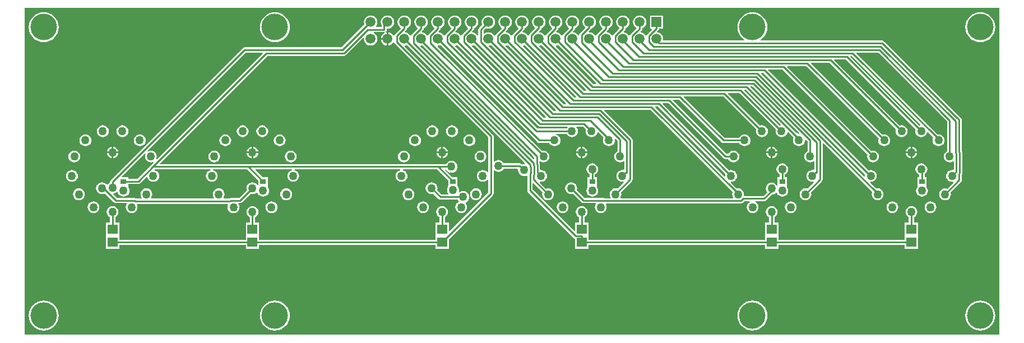
<source format=gbl>
G04*
G04 #@! TF.GenerationSoftware,Altium Limited,Altium Designer,18.1.11 (251)*
G04*
G04 Layer_Physical_Order=2*
G04 Layer_Color=16711680*
%FSLAX25Y25*%
%MOIN*%
G70*
G01*
G75*
%ADD11C,0.01000*%
%ADD23C,0.04961*%
%ADD24C,0.05906*%
%ADD25R,0.05906X0.05906*%
%ADD26C,0.15748*%
%ADD27C,0.05000*%
%ADD28R,0.05906X0.05512*%
%ADD29R,0.03543X0.03150*%
G36*
X697971Y155529D02*
X118029D01*
Y349971D01*
X697971D01*
X697971Y155529D01*
D02*
G37*
%LPC*%
G36*
X334000Y345487D02*
X332968Y345351D01*
X332007Y344953D01*
X331181Y344319D01*
X330547Y343493D01*
X330149Y342532D01*
X330013Y341500D01*
X330149Y340468D01*
X330496Y339630D01*
X330471Y339500D01*
Y338577D01*
X327369D01*
X327123Y339077D01*
X327453Y339507D01*
X327851Y340468D01*
X327987Y341500D01*
X327851Y342532D01*
X327453Y343493D01*
X326819Y344319D01*
X325993Y344953D01*
X325032Y345351D01*
X324000Y345487D01*
X322968Y345351D01*
X322007Y344953D01*
X321181Y344319D01*
X320547Y343493D01*
X320149Y342532D01*
X320013Y341500D01*
X320149Y340468D01*
X320277Y340160D01*
X306646Y326529D01*
X249000D01*
X248415Y326413D01*
X247919Y326081D01*
X169419Y247581D01*
X169087Y247085D01*
X168971Y246500D01*
Y246155D01*
X168735Y246057D01*
X168004Y245496D01*
X167566Y244925D01*
X167073Y244866D01*
X166957Y244898D01*
X166697Y245236D01*
X165966Y245797D01*
X165114Y246150D01*
X164201Y246270D01*
X163287Y246150D01*
X162436Y245797D01*
X161705Y245236D01*
X161144Y244505D01*
X160791Y243654D01*
X160671Y242740D01*
X160791Y241827D01*
X161144Y240975D01*
X161705Y240244D01*
X162436Y239683D01*
X163287Y239330D01*
X164201Y239210D01*
X165114Y239330D01*
X165966Y239683D01*
X165984Y239697D01*
X171360Y234321D01*
X171856Y233989D01*
X172441Y233873D01*
X178754D01*
X178975Y233424D01*
X178785Y233177D01*
X178434Y232330D01*
X178315Y231422D01*
X178434Y230514D01*
X178785Y229667D01*
X179343Y228940D01*
X180070Y228382D01*
X180917Y228031D01*
X181825Y227912D01*
X182734Y228031D01*
X183580Y228382D01*
X184307Y228940D01*
X184865Y229667D01*
X185216Y230514D01*
X185335Y231422D01*
X185216Y232330D01*
X184950Y232971D01*
X185225Y233471D01*
X238967D01*
X239242Y232971D01*
X238976Y232330D01*
X238857Y231422D01*
X238976Y230514D01*
X239327Y229667D01*
X239885Y228940D01*
X240612Y228382D01*
X241459Y228031D01*
X242367Y227912D01*
X243275Y228031D01*
X244122Y228382D01*
X244849Y228940D01*
X245407Y229667D01*
X245758Y230514D01*
X245877Y231422D01*
X245758Y232330D01*
X245407Y233177D01*
X245217Y233424D01*
X245438Y233873D01*
X246354D01*
X246939Y233989D01*
X247435Y234321D01*
X252543Y239428D01*
X252778Y239330D01*
X253692Y239210D01*
X254606Y239330D01*
X255457Y239683D01*
X256119Y240191D01*
X256432Y240161D01*
X256688Y240073D01*
X256934Y239479D01*
X257220Y239107D01*
Y238669D01*
X257597D01*
X258226Y238187D01*
X259078Y237834D01*
X259991Y237714D01*
X260905Y237834D01*
X261756Y238187D01*
X262385Y238669D01*
X262763D01*
Y239107D01*
X263048Y239479D01*
X263401Y240330D01*
X263521Y241244D01*
X263401Y242158D01*
X263048Y243009D01*
X262799Y243334D01*
X262763Y243819D01*
Y244181D01*
X262763D01*
Y249331D01*
X259579D01*
X255401Y253509D01*
X255593Y253971D01*
X277071D01*
X277104Y253471D01*
X276975Y253454D01*
X276129Y253103D01*
X275402Y252545D01*
X274844Y251818D01*
X274493Y250972D01*
X274374Y250063D01*
X274493Y249154D01*
X274844Y248308D01*
X275402Y247581D01*
X276129Y247023D01*
X276975Y246672D01*
X277884Y246553D01*
X278793Y246672D01*
X279639Y247023D01*
X280366Y247581D01*
X280924Y248308D01*
X281275Y249154D01*
X281394Y250063D01*
X281275Y250972D01*
X280924Y251818D01*
X280366Y252545D01*
X279639Y253103D01*
X278793Y253454D01*
X278664Y253471D01*
X278697Y253971D01*
X341495D01*
X341528Y253471D01*
X341400Y253454D01*
X340553Y253103D01*
X339826Y252545D01*
X339268Y251818D01*
X338917Y250972D01*
X338798Y250063D01*
X338917Y249154D01*
X339268Y248308D01*
X339826Y247581D01*
X340553Y247023D01*
X341400Y246672D01*
X342308Y246553D01*
X343216Y246672D01*
X344063Y247023D01*
X344790Y247581D01*
X345348Y248308D01*
X345699Y249154D01*
X345818Y250063D01*
X345699Y250972D01*
X345348Y251818D01*
X344790Y252545D01*
X344063Y253103D01*
X343216Y253454D01*
X343088Y253471D01*
X343121Y253971D01*
X363422D01*
X370028Y247365D01*
Y244181D01*
X370027D01*
X370027Y243819D01*
X369994Y243333D01*
X369943Y243265D01*
X369590Y242414D01*
X369470Y241500D01*
X369590Y240586D01*
X369943Y239735D01*
X370028Y239624D01*
Y239029D01*
X366074D01*
X363513Y241591D01*
X363611Y241827D01*
X363731Y242740D01*
X363611Y243654D01*
X363258Y244505D01*
X362697Y245236D01*
X361966Y245797D01*
X361115Y246150D01*
X360201Y246270D01*
X359287Y246150D01*
X358436Y245797D01*
X357705Y245236D01*
X357144Y244505D01*
X356791Y243654D01*
X356671Y242740D01*
X356791Y241827D01*
X357144Y240975D01*
X357705Y240244D01*
X358436Y239683D01*
X359287Y239330D01*
X360201Y239210D01*
X361115Y239330D01*
X361350Y239428D01*
X364359Y236419D01*
X364856Y236087D01*
X365441Y235971D01*
X375845D01*
X375943Y235735D01*
X376399Y235140D01*
X376331Y234570D01*
X376070Y234462D01*
X375343Y233904D01*
X374785Y233177D01*
X374434Y232330D01*
X374315Y231422D01*
X374434Y230514D01*
X374785Y229667D01*
X375343Y228940D01*
X376070Y228382D01*
X376917Y228031D01*
X377825Y227912D01*
X378733Y228031D01*
X379580Y228382D01*
X380307Y228940D01*
X380865Y229667D01*
X381216Y230514D01*
X381335Y231422D01*
X381216Y232330D01*
X380865Y233177D01*
X380419Y233758D01*
X380493Y234330D01*
X380765Y234443D01*
X381496Y235004D01*
X382057Y235735D01*
X382410Y236586D01*
X382530Y237500D01*
X382410Y238414D01*
X382057Y239265D01*
X381496Y239996D01*
X380765Y240557D01*
X379914Y240910D01*
X379000Y241030D01*
X378086Y240910D01*
X377235Y240557D01*
X376801Y240225D01*
X376391Y240540D01*
X376410Y240586D01*
X376530Y241500D01*
X376410Y242414D01*
X376057Y243265D01*
X375698Y243734D01*
X375571Y244181D01*
X375571Y244181D01*
X375571D01*
X375571Y244181D01*
Y249331D01*
X372387D01*
X368224Y253495D01*
X368403Y253928D01*
X368863D01*
X368943Y253735D01*
X369504Y253004D01*
X370235Y252443D01*
X371086Y252090D01*
X372000Y251970D01*
X372914Y252090D01*
X373765Y252443D01*
X374496Y253004D01*
X375057Y253735D01*
X375410Y254586D01*
X375530Y255500D01*
X375410Y256414D01*
X375057Y257265D01*
X374496Y257996D01*
X373765Y258557D01*
X372914Y258910D01*
X372000Y259030D01*
X371086Y258910D01*
X370235Y258557D01*
X369504Y257996D01*
X368943Y257265D01*
X368845Y257029D01*
X198846D01*
X198654Y257491D01*
X262634Y321471D01*
X308108D01*
X308694Y321587D01*
X309190Y321919D01*
X319621Y332349D01*
X320094Y332116D01*
X320013Y331500D01*
X320149Y330468D01*
X320547Y329507D01*
X321181Y328681D01*
X322007Y328047D01*
X322968Y327649D01*
X324000Y327513D01*
X325032Y327649D01*
X325993Y328047D01*
X326819Y328681D01*
X327453Y329507D01*
X327851Y330468D01*
X327987Y331500D01*
X327851Y332532D01*
X327453Y333493D01*
X326819Y334319D01*
X325993Y334953D01*
X325836Y335018D01*
X325936Y335518D01*
X332000D01*
X332124Y335542D01*
X332270Y335062D01*
X332007Y334953D01*
X331181Y334319D01*
X330547Y333493D01*
X330149Y332532D01*
X330079Y332000D01*
X333500D01*
Y335421D01*
X333084Y335366D01*
X332903Y335847D01*
X333081Y335966D01*
X333413Y336462D01*
X333529Y337047D01*
Y337196D01*
X333905Y337526D01*
X334000Y337513D01*
X335032Y337649D01*
X335993Y338047D01*
X336819Y338681D01*
X337453Y339507D01*
X337851Y340468D01*
X337987Y341500D01*
X337851Y342532D01*
X337453Y343493D01*
X336819Y344319D01*
X335993Y344953D01*
X335032Y345351D01*
X334000Y345487D01*
D02*
G37*
G36*
X551000Y347417D02*
X549260Y347246D01*
X547588Y346738D01*
X546046Y345914D01*
X544695Y344805D01*
X543586Y343454D01*
X542762Y341912D01*
X542254Y340240D01*
X542083Y338500D01*
X542254Y336760D01*
X542762Y335088D01*
X543586Y333546D01*
X544695Y332195D01*
X546046Y331086D01*
X546180Y331014D01*
X546058Y330529D01*
X498238D01*
X497909Y330905D01*
X497987Y331500D01*
X497851Y332532D01*
X497453Y333493D01*
X496819Y334319D01*
X495993Y334953D01*
X495032Y335351D01*
X494495Y335422D01*
X494315Y335950D01*
X495081Y336716D01*
X495413Y337212D01*
X495480Y337547D01*
X497953D01*
Y345453D01*
X490047D01*
Y337547D01*
X490934D01*
X491125Y337085D01*
X488466Y334426D01*
X488134Y333930D01*
X488118Y333848D01*
X487546Y333474D01*
X487453Y333493D01*
X486819Y334319D01*
X485993Y334953D01*
X485032Y335351D01*
X484693Y335396D01*
X484532Y335869D01*
X485081Y336419D01*
X485413Y336915D01*
X485529Y337500D01*
Y337855D01*
X485993Y338047D01*
X486819Y338681D01*
X487453Y339507D01*
X487851Y340468D01*
X487987Y341500D01*
X487851Y342532D01*
X487453Y343493D01*
X486819Y344319D01*
X485993Y344953D01*
X485032Y345351D01*
X484000Y345487D01*
X482968Y345351D01*
X482007Y344953D01*
X481181Y344319D01*
X480547Y343493D01*
X480149Y342532D01*
X480013Y341500D01*
X480149Y340468D01*
X480547Y339507D01*
X481181Y338681D01*
X481820Y338190D01*
X481927Y337590D01*
X481736Y337399D01*
X481570Y337366D01*
X481074Y337034D01*
X478466Y334426D01*
X478134Y333930D01*
X478118Y333848D01*
X477546Y333474D01*
X477453Y333493D01*
X476819Y334319D01*
X475993Y334953D01*
X475032Y335351D01*
X474568Y335412D01*
X474389Y335940D01*
X475081Y336633D01*
X475413Y337129D01*
X475529Y337714D01*
Y337855D01*
X475993Y338047D01*
X476819Y338681D01*
X477453Y339507D01*
X477851Y340468D01*
X477987Y341500D01*
X477851Y342532D01*
X477453Y343493D01*
X476819Y344319D01*
X475993Y344953D01*
X475032Y345351D01*
X474000Y345487D01*
X472968Y345351D01*
X472007Y344953D01*
X471181Y344319D01*
X470547Y343493D01*
X470149Y342532D01*
X470013Y341500D01*
X470149Y340468D01*
X470547Y339507D01*
X471181Y338681D01*
X471699Y338283D01*
X471759Y337635D01*
X471325Y337202D01*
X471074Y337034D01*
X468466Y334426D01*
X468134Y333930D01*
X468118Y333848D01*
X467546Y333474D01*
X467453Y333493D01*
X466819Y334319D01*
X465993Y334953D01*
X465032Y335351D01*
X464495Y335422D01*
X464315Y335950D01*
X465081Y336716D01*
X465413Y337212D01*
X465529Y337797D01*
Y337855D01*
X465993Y338047D01*
X466819Y338681D01*
X467453Y339507D01*
X467851Y340468D01*
X467987Y341500D01*
X467851Y342532D01*
X467453Y343493D01*
X466819Y344319D01*
X465993Y344953D01*
X465032Y345351D01*
X464000Y345487D01*
X462968Y345351D01*
X462007Y344953D01*
X461181Y344319D01*
X460547Y343493D01*
X460149Y342532D01*
X460013Y341500D01*
X460149Y340468D01*
X460547Y339507D01*
X461181Y338681D01*
X461652Y338319D01*
X461696Y337656D01*
X458466Y334426D01*
X458134Y333930D01*
X458118Y333848D01*
X457546Y333474D01*
X457453Y333493D01*
X456819Y334319D01*
X455993Y334953D01*
X455032Y335351D01*
X454000Y335487D01*
X453846Y335467D01*
X453625Y335915D01*
X455081Y337371D01*
X455357Y337784D01*
X455993Y338047D01*
X456819Y338681D01*
X457453Y339507D01*
X457851Y340468D01*
X457987Y341500D01*
X457851Y342532D01*
X457453Y343493D01*
X456819Y344319D01*
X455993Y344953D01*
X455032Y345351D01*
X454000Y345487D01*
X452968Y345351D01*
X452007Y344953D01*
X451181Y344319D01*
X450547Y343493D01*
X450149Y342532D01*
X450013Y341500D01*
X450149Y340468D01*
X450547Y339507D01*
X451181Y338681D01*
X451380Y338528D01*
X451413Y338029D01*
X448466Y335081D01*
X448134Y334585D01*
X448018Y334000D01*
Y333436D01*
X447518Y333336D01*
X447453Y333493D01*
X446819Y334319D01*
X445993Y334953D01*
X445032Y335351D01*
X444495Y335422D01*
X444315Y335950D01*
X445081Y336716D01*
X445413Y337212D01*
X445529Y337797D01*
Y337855D01*
X445993Y338047D01*
X446819Y338681D01*
X447453Y339507D01*
X447851Y340468D01*
X447987Y341500D01*
X447851Y342532D01*
X447453Y343493D01*
X446819Y344319D01*
X445993Y344953D01*
X445032Y345351D01*
X444000Y345487D01*
X442968Y345351D01*
X442007Y344953D01*
X441181Y344319D01*
X440547Y343493D01*
X440149Y342532D01*
X440013Y341500D01*
X440149Y340468D01*
X440547Y339507D01*
X441181Y338681D01*
X441652Y338319D01*
X441696Y337656D01*
X438466Y334426D01*
X438134Y333930D01*
X438118Y333848D01*
X437546Y333474D01*
X437453Y333493D01*
X436819Y334319D01*
X435993Y334953D01*
X435032Y335351D01*
X434495Y335422D01*
X434315Y335950D01*
X435081Y336716D01*
X435413Y337212D01*
X435529Y337797D01*
Y337855D01*
X435993Y338047D01*
X436819Y338681D01*
X437453Y339507D01*
X437851Y340468D01*
X437987Y341500D01*
X437851Y342532D01*
X437453Y343493D01*
X436819Y344319D01*
X435993Y344953D01*
X435032Y345351D01*
X434000Y345487D01*
X432968Y345351D01*
X432007Y344953D01*
X431181Y344319D01*
X430547Y343493D01*
X430149Y342532D01*
X430013Y341500D01*
X430149Y340468D01*
X430547Y339507D01*
X431181Y338681D01*
X431652Y338319D01*
X431696Y337656D01*
X428466Y334426D01*
X428134Y333930D01*
X428118Y333848D01*
X427546Y333474D01*
X427453Y333493D01*
X426819Y334319D01*
X425993Y334953D01*
X425032Y335351D01*
X424357Y335440D01*
X424178Y335968D01*
X425081Y336871D01*
X425413Y337368D01*
X425508Y337846D01*
X425993Y338047D01*
X426819Y338681D01*
X427453Y339507D01*
X427851Y340468D01*
X427987Y341500D01*
X427851Y342532D01*
X427453Y343493D01*
X426819Y344319D01*
X425993Y344953D01*
X425032Y345351D01*
X424000Y345487D01*
X422968Y345351D01*
X422007Y344953D01*
X421181Y344319D01*
X420547Y343493D01*
X420149Y342532D01*
X420013Y341500D01*
X420149Y340468D01*
X420547Y339507D01*
X421181Y338681D01*
X421663Y338311D01*
X421696Y337812D01*
X418466Y334581D01*
X418134Y334085D01*
X418018Y333500D01*
Y333436D01*
X417518Y333336D01*
X417453Y333493D01*
X416819Y334319D01*
X415993Y334953D01*
X415032Y335351D01*
X414495Y335422D01*
X414315Y335950D01*
X415081Y336716D01*
X415413Y337212D01*
X415529Y337797D01*
Y337855D01*
X415993Y338047D01*
X416819Y338681D01*
X417453Y339507D01*
X417851Y340468D01*
X417987Y341500D01*
X417851Y342532D01*
X417453Y343493D01*
X416819Y344319D01*
X415993Y344953D01*
X415032Y345351D01*
X414000Y345487D01*
X412968Y345351D01*
X412007Y344953D01*
X411181Y344319D01*
X410547Y343493D01*
X410149Y342532D01*
X410013Y341500D01*
X410149Y340468D01*
X410547Y339507D01*
X411181Y338681D01*
X411652Y338319D01*
X411696Y337656D01*
X408466Y334426D01*
X408134Y333930D01*
X408118Y333848D01*
X407546Y333474D01*
X407453Y333493D01*
X406819Y334319D01*
X405993Y334953D01*
X405032Y335351D01*
X404495Y335422D01*
X404315Y335950D01*
X405081Y336716D01*
X405413Y337212D01*
X405529Y337797D01*
Y337855D01*
X405993Y338047D01*
X406819Y338681D01*
X407453Y339507D01*
X407851Y340468D01*
X407987Y341500D01*
X407851Y342532D01*
X407453Y343493D01*
X406819Y344319D01*
X405993Y344953D01*
X405032Y345351D01*
X404000Y345487D01*
X402968Y345351D01*
X402007Y344953D01*
X401181Y344319D01*
X400547Y343493D01*
X400149Y342532D01*
X400013Y341500D01*
X400149Y340468D01*
X400547Y339507D01*
X401181Y338681D01*
X401652Y338319D01*
X401696Y337656D01*
X398466Y334426D01*
X398134Y333930D01*
X398118Y333848D01*
X397546Y333474D01*
X397453Y333493D01*
X396819Y334319D01*
X395993Y334953D01*
X395032Y335351D01*
X394000Y335487D01*
X392968Y335351D01*
X392007Y334953D01*
X391529Y334587D01*
X391029Y334833D01*
Y336367D01*
X392504Y337841D01*
X392968Y337649D01*
X394000Y337513D01*
X395032Y337649D01*
X395993Y338047D01*
X396819Y338681D01*
X397453Y339507D01*
X397851Y340468D01*
X397987Y341500D01*
X397851Y342532D01*
X397453Y343493D01*
X396819Y344319D01*
X395993Y344953D01*
X395032Y345351D01*
X394000Y345487D01*
X392968Y345351D01*
X392007Y344953D01*
X391181Y344319D01*
X390547Y343493D01*
X390149Y342532D01*
X390013Y341500D01*
X390149Y340468D01*
X390341Y340004D01*
X388419Y338081D01*
X388087Y337585D01*
X387971Y337000D01*
Y333550D01*
X387471Y333450D01*
X387453Y333493D01*
X386819Y334319D01*
X385993Y334953D01*
X385032Y335351D01*
X384495Y335422D01*
X384315Y335950D01*
X385081Y336716D01*
X385413Y337212D01*
X385529Y337797D01*
Y337855D01*
X385993Y338047D01*
X386819Y338681D01*
X387453Y339507D01*
X387851Y340468D01*
X387987Y341500D01*
X387851Y342532D01*
X387453Y343493D01*
X386819Y344319D01*
X385993Y344953D01*
X385032Y345351D01*
X384000Y345487D01*
X382968Y345351D01*
X382007Y344953D01*
X381181Y344319D01*
X380547Y343493D01*
X380149Y342532D01*
X380013Y341500D01*
X380149Y340468D01*
X380547Y339507D01*
X381181Y338681D01*
X381652Y338319D01*
X381696Y337656D01*
X378466Y334426D01*
X378134Y333930D01*
X378118Y333848D01*
X377546Y333474D01*
X377453Y333493D01*
X376819Y334319D01*
X375993Y334953D01*
X375032Y335351D01*
X374495Y335422D01*
X374315Y335950D01*
X375081Y336716D01*
X375413Y337212D01*
X375529Y337797D01*
Y337855D01*
X375993Y338047D01*
X376819Y338681D01*
X377453Y339507D01*
X377851Y340468D01*
X377987Y341500D01*
X377851Y342532D01*
X377453Y343493D01*
X376819Y344319D01*
X375993Y344953D01*
X375032Y345351D01*
X374000Y345487D01*
X372968Y345351D01*
X372007Y344953D01*
X371181Y344319D01*
X370547Y343493D01*
X370149Y342532D01*
X370013Y341500D01*
X370149Y340468D01*
X370547Y339507D01*
X371181Y338681D01*
X371652Y338319D01*
X371696Y337656D01*
X368466Y334426D01*
X368134Y333930D01*
X368118Y333848D01*
X367546Y333474D01*
X367453Y333493D01*
X366819Y334319D01*
X365993Y334953D01*
X365032Y335351D01*
X364495Y335422D01*
X364315Y335950D01*
X365081Y336716D01*
X365413Y337212D01*
X365529Y337797D01*
Y337855D01*
X365993Y338047D01*
X366819Y338681D01*
X367453Y339507D01*
X367851Y340468D01*
X367987Y341500D01*
X367851Y342532D01*
X367453Y343493D01*
X366819Y344319D01*
X365993Y344953D01*
X365032Y345351D01*
X364000Y345487D01*
X362968Y345351D01*
X362007Y344953D01*
X361181Y344319D01*
X360547Y343493D01*
X360149Y342532D01*
X360013Y341500D01*
X360149Y340468D01*
X360547Y339507D01*
X361181Y338681D01*
X361652Y338319D01*
X361696Y337656D01*
X358466Y334426D01*
X358134Y333930D01*
X358118Y333848D01*
X357546Y333474D01*
X357453Y333493D01*
X356819Y334319D01*
X355993Y334953D01*
X355032Y335351D01*
X354495Y335422D01*
X354315Y335950D01*
X355081Y336716D01*
X355413Y337212D01*
X355529Y337797D01*
Y337855D01*
X355993Y338047D01*
X356819Y338681D01*
X357453Y339507D01*
X357851Y340468D01*
X357987Y341500D01*
X357851Y342532D01*
X357453Y343493D01*
X356819Y344319D01*
X355993Y344953D01*
X355032Y345351D01*
X354000Y345487D01*
X352968Y345351D01*
X352007Y344953D01*
X351181Y344319D01*
X350547Y343493D01*
X350149Y342532D01*
X350013Y341500D01*
X350149Y340468D01*
X350547Y339507D01*
X351181Y338681D01*
X351652Y338319D01*
X351696Y337656D01*
X348466Y334426D01*
X348134Y333930D01*
X348118Y333848D01*
X347546Y333474D01*
X347453Y333493D01*
X346819Y334319D01*
X345993Y334953D01*
X345032Y335351D01*
X344495Y335422D01*
X344315Y335950D01*
X345081Y336716D01*
X345413Y337212D01*
X345529Y337797D01*
Y337855D01*
X345993Y338047D01*
X346819Y338681D01*
X347453Y339507D01*
X347851Y340468D01*
X347987Y341500D01*
X347851Y342532D01*
X347453Y343493D01*
X346819Y344319D01*
X345993Y344953D01*
X345032Y345351D01*
X344000Y345487D01*
X342968Y345351D01*
X342007Y344953D01*
X341181Y344319D01*
X340547Y343493D01*
X340149Y342532D01*
X340013Y341500D01*
X340149Y340468D01*
X340547Y339507D01*
X341181Y338681D01*
X341652Y338319D01*
X341696Y337656D01*
X338466Y334426D01*
X338134Y333930D01*
X338118Y333848D01*
X337546Y333474D01*
X337453Y333493D01*
X336819Y334319D01*
X335993Y334953D01*
X335032Y335351D01*
X334500Y335421D01*
Y331500D01*
Y327579D01*
X335032Y327649D01*
X335993Y328047D01*
X336819Y328681D01*
X337453Y329507D01*
X337546Y329526D01*
X338118Y329152D01*
X338134Y329070D01*
X338466Y328574D01*
X393971Y273069D01*
Y252328D01*
X393471Y252159D01*
X393174Y252545D01*
X392447Y253103D01*
X391600Y253454D01*
X390692Y253573D01*
X389784Y253454D01*
X388937Y253103D01*
X388210Y252545D01*
X387652Y251818D01*
X387301Y250972D01*
X387182Y250063D01*
X387301Y249154D01*
X387652Y248308D01*
X388210Y247581D01*
X388937Y247023D01*
X389784Y246672D01*
X390692Y246553D01*
X391600Y246672D01*
X392447Y247023D01*
X393174Y247581D01*
X393471Y247967D01*
X393971Y247797D01*
Y240196D01*
X370915Y217141D01*
X370453Y217332D01*
Y222193D01*
X368029D01*
Y225497D01*
X368255Y225590D01*
X368982Y226148D01*
X369540Y226875D01*
X369891Y227722D01*
X370010Y228630D01*
X369891Y229538D01*
X369540Y230385D01*
X368982Y231112D01*
X368255Y231670D01*
X367408Y232021D01*
X366500Y232140D01*
X365592Y232021D01*
X364745Y231670D01*
X364018Y231112D01*
X363460Y230385D01*
X363109Y229538D01*
X362990Y228630D01*
X363109Y227722D01*
X363460Y226875D01*
X364018Y226148D01*
X364745Y225590D01*
X364971Y225497D01*
Y222193D01*
X362547D01*
Y214681D01*
X362547Y214681D01*
Y214319D01*
X362547D01*
X362547Y214181D01*
Y212092D01*
X257645D01*
Y214181D01*
X257645Y214319D01*
Y214681D01*
X257645Y214819D01*
Y222193D01*
X255221D01*
Y225497D01*
X255447Y225590D01*
X256174Y226148D01*
X256732Y226875D01*
X257083Y227722D01*
X257202Y228630D01*
X257083Y229538D01*
X256732Y230385D01*
X256174Y231112D01*
X255447Y231670D01*
X254601Y232021D01*
X253692Y232140D01*
X252783Y232021D01*
X251937Y231670D01*
X251210Y231112D01*
X250652Y230385D01*
X250301Y229538D01*
X250182Y228630D01*
X250301Y227722D01*
X250652Y226875D01*
X251210Y226148D01*
X251937Y225590D01*
X252163Y225497D01*
Y222193D01*
X249739D01*
Y214819D01*
X249739Y214681D01*
Y214319D01*
X249739Y214181D01*
Y212092D01*
X174453D01*
Y214181D01*
X174453Y214319D01*
Y214681D01*
X174453Y214819D01*
Y222193D01*
X172029D01*
Y225497D01*
X172255Y225590D01*
X172982Y226148D01*
X173540Y226875D01*
X173891Y227722D01*
X174010Y228630D01*
X173891Y229538D01*
X173540Y230385D01*
X172982Y231112D01*
X172255Y231670D01*
X171408Y232021D01*
X170500Y232140D01*
X169591Y232021D01*
X168745Y231670D01*
X168018Y231112D01*
X167460Y230385D01*
X167109Y229538D01*
X166990Y228630D01*
X167109Y227722D01*
X167460Y226875D01*
X168018Y226148D01*
X168745Y225590D01*
X168971Y225497D01*
Y222193D01*
X166547D01*
Y214819D01*
X166547Y214681D01*
Y214319D01*
X166547Y214181D01*
Y206807D01*
X174453D01*
Y209034D01*
X249739D01*
Y206807D01*
X257645D01*
Y209034D01*
X362547D01*
Y206807D01*
X370453D01*
Y212353D01*
X396581Y238482D01*
X396913Y238978D01*
X397029Y239563D01*
Y253344D01*
X397358Y253456D01*
X397529Y253484D01*
X398235Y252943D01*
X399086Y252590D01*
X400000Y252470D01*
X400914Y252590D01*
X401765Y252943D01*
X402496Y253504D01*
X403057Y254235D01*
X403155Y254471D01*
X411236D01*
X411674Y253971D01*
X411612Y253500D01*
X411732Y252586D01*
X412085Y251735D01*
X412646Y251004D01*
X413377Y250443D01*
X414229Y250090D01*
X415142Y249970D01*
X416056Y250090D01*
X416704Y250359D01*
X417204Y250086D01*
Y241373D01*
X417321Y240788D01*
X417652Y240292D01*
X444844Y213100D01*
X445341Y212768D01*
X445547Y212727D01*
Y206807D01*
X453453D01*
Y209034D01*
X558547D01*
Y206807D01*
X566453D01*
Y209034D01*
X641603D01*
Y206807D01*
X649509D01*
Y214181D01*
X649509Y214319D01*
Y214681D01*
X649509Y214819D01*
Y222193D01*
X647085D01*
Y225497D01*
X647311Y225590D01*
X648038Y226148D01*
X648596Y226875D01*
X648947Y227722D01*
X649066Y228630D01*
X648947Y229538D01*
X648596Y230385D01*
X648038Y231112D01*
X647311Y231670D01*
X646464Y232021D01*
X645556Y232140D01*
X644648Y232021D01*
X643801Y231670D01*
X643074Y231112D01*
X642516Y230385D01*
X642165Y229538D01*
X642046Y228630D01*
X642165Y227722D01*
X642516Y226875D01*
X643074Y226148D01*
X643801Y225590D01*
X644027Y225497D01*
Y222193D01*
X641603D01*
Y214819D01*
X641603Y214681D01*
Y214319D01*
X641603Y214181D01*
Y212092D01*
X566453D01*
Y214181D01*
X566453Y214319D01*
Y214681D01*
X566453Y214819D01*
Y222193D01*
X564029D01*
Y225497D01*
X564255Y225590D01*
X564982Y226148D01*
X565540Y226875D01*
X565891Y227722D01*
X566010Y228630D01*
X565891Y229538D01*
X565540Y230385D01*
X564982Y231112D01*
X564255Y231670D01*
X563409Y232021D01*
X562500Y232140D01*
X561591Y232021D01*
X560745Y231670D01*
X560018Y231112D01*
X559460Y230385D01*
X559109Y229538D01*
X558990Y228630D01*
X559109Y227722D01*
X559460Y226875D01*
X560018Y226148D01*
X560745Y225590D01*
X560971Y225497D01*
Y222193D01*
X558547D01*
Y214819D01*
X558547Y214681D01*
Y214319D01*
X558547Y214181D01*
Y212092D01*
X453453D01*
Y214181D01*
X453453Y214319D01*
X453453D01*
Y214681D01*
X453453D01*
Y222193D01*
X451029D01*
Y225497D01*
X451255Y225590D01*
X451982Y226148D01*
X452540Y226875D01*
X452891Y227722D01*
X453010Y228630D01*
X452891Y229538D01*
X452540Y230385D01*
X451982Y231112D01*
X451255Y231670D01*
X450409Y232021D01*
X449500Y232140D01*
X448592Y232021D01*
X447745Y231670D01*
X447018Y231112D01*
X446460Y230385D01*
X446109Y229538D01*
X445990Y228630D01*
X446109Y227722D01*
X446460Y226875D01*
X447018Y226148D01*
X447745Y225590D01*
X447971Y225497D01*
Y222193D01*
X445547D01*
Y217376D01*
X445085Y217185D01*
X420263Y242007D01*
Y245521D01*
X420725Y245712D01*
X426147Y240290D01*
X426053Y240065D01*
X425934Y239156D01*
X426053Y238247D01*
X426404Y237401D01*
X426962Y236674D01*
X427689Y236116D01*
X428536Y235765D01*
X429444Y235646D01*
X430352Y235765D01*
X431199Y236116D01*
X431926Y236674D01*
X432484Y237401D01*
X432835Y238247D01*
X432954Y239156D01*
X432835Y240065D01*
X432484Y240911D01*
X431926Y241638D01*
X431199Y242196D01*
X430352Y242547D01*
X429444Y242666D01*
X428536Y242547D01*
X428310Y242453D01*
X424624Y246138D01*
X424858Y246612D01*
X425308Y246553D01*
X426217Y246672D01*
X427063Y247023D01*
X427790Y247581D01*
X428348Y248308D01*
X428699Y249154D01*
X428818Y250063D01*
X428699Y250972D01*
X428348Y251818D01*
X427790Y252545D01*
X427063Y253103D01*
X426217Y253454D01*
X425308Y253573D01*
X425048Y253539D01*
X424672Y253869D01*
Y256814D01*
X424555Y257399D01*
X424263Y257836D01*
Y258571D01*
X424712Y258792D01*
X424959Y258602D01*
X425806Y258251D01*
X426714Y258132D01*
X427623Y258251D01*
X428469Y258602D01*
X429196Y259160D01*
X429754Y259887D01*
X430105Y260734D01*
X430224Y261642D01*
X430105Y262550D01*
X429754Y263397D01*
X429196Y264124D01*
X428469Y264682D01*
X427623Y265033D01*
X426714Y265152D01*
X425806Y265033D01*
X425800Y265031D01*
X363764Y327067D01*
X363914Y327370D01*
X364022Y327516D01*
X365032Y327649D01*
X365496Y327841D01*
X423178Y270160D01*
X423674Y269828D01*
X424259Y269712D01*
X430206D01*
X430300Y269486D01*
X430858Y268759D01*
X431585Y268201D01*
X432432Y267850D01*
X433340Y267731D01*
X434248Y267850D01*
X435095Y268201D01*
X435822Y268759D01*
X436380Y269486D01*
X436731Y270333D01*
X436850Y271241D01*
X436731Y272149D01*
X436380Y272996D01*
X435822Y273723D01*
X435095Y274281D01*
X434248Y274632D01*
X434241Y274633D01*
X434274Y275133D01*
X440534D01*
X440628Y274907D01*
X441186Y274180D01*
X441913Y273622D01*
X442760Y273271D01*
X443668Y273152D01*
X444577Y273271D01*
X445423Y273622D01*
X446150Y274180D01*
X446708Y274907D01*
X447059Y275753D01*
X447178Y276662D01*
X447059Y277571D01*
X446708Y278417D01*
X446283Y278971D01*
X446509Y279471D01*
X450360D01*
X452035Y277796D01*
X451941Y277571D01*
X451822Y276662D01*
X451941Y275753D01*
X452292Y274907D01*
X452850Y274180D01*
X453577Y273622D01*
X454424Y273271D01*
X455332Y273152D01*
X456241Y273271D01*
X457087Y273622D01*
X457814Y274180D01*
X458372Y274907D01*
X458723Y275753D01*
X458763Y276062D01*
X459237Y276223D01*
X462574Y272886D01*
X462269Y272149D01*
X462150Y271241D01*
X462269Y270333D01*
X462620Y269486D01*
X463178Y268759D01*
X463905Y268201D01*
X464751Y267850D01*
X465660Y267731D01*
X466569Y267850D01*
X467415Y268201D01*
X468142Y268759D01*
X468700Y269486D01*
X469051Y270333D01*
X469170Y271241D01*
X469061Y272069D01*
X469240Y272221D01*
X469513Y272324D01*
X470757Y271080D01*
Y264775D01*
X470531Y264682D01*
X469804Y264124D01*
X469246Y263397D01*
X468895Y262550D01*
X468776Y261642D01*
X468895Y260734D01*
X469246Y259887D01*
X469804Y259160D01*
X470531Y258602D01*
X471378Y258251D01*
X472286Y258132D01*
X473195Y258251D01*
X474041Y258602D01*
X474288Y258792D01*
X474737Y258571D01*
Y253908D01*
X474237Y253502D01*
X473692Y253573D01*
X472784Y253454D01*
X471937Y253103D01*
X471210Y252545D01*
X470652Y251818D01*
X470301Y250972D01*
X470182Y250063D01*
X470301Y249154D01*
X470652Y248308D01*
X471210Y247581D01*
X471937Y247023D01*
X472784Y246672D01*
X473692Y246553D01*
X474142Y246612D01*
X474375Y246138D01*
X470690Y242453D01*
X470465Y242547D01*
X469556Y242666D01*
X468647Y242547D01*
X467801Y242196D01*
X467074Y241638D01*
X466516Y240911D01*
X466165Y240065D01*
X466046Y239156D01*
X466165Y238247D01*
X466516Y237401D01*
X466706Y237154D01*
X466485Y236705D01*
X463224D01*
X463059Y236815D01*
X462474Y236932D01*
X451172D01*
X446513Y241591D01*
X446611Y241827D01*
X446731Y242740D01*
X446611Y243654D01*
X446258Y244505D01*
X445697Y245236D01*
X444966Y245797D01*
X444114Y246150D01*
X443201Y246270D01*
X442287Y246150D01*
X441436Y245797D01*
X440705Y245236D01*
X440143Y244505D01*
X439791Y243654D01*
X439671Y242740D01*
X439791Y241827D01*
X440143Y240975D01*
X440705Y240244D01*
X441436Y239683D01*
X442287Y239330D01*
X443201Y239210D01*
X444114Y239330D01*
X444350Y239428D01*
X449457Y234321D01*
X449953Y233989D01*
X450539Y233873D01*
X457754D01*
X457975Y233424D01*
X457785Y233177D01*
X457434Y232330D01*
X457315Y231422D01*
X457434Y230514D01*
X457785Y229667D01*
X458343Y228940D01*
X459070Y228382D01*
X459916Y228031D01*
X460825Y227912D01*
X461733Y228031D01*
X462580Y228382D01*
X463307Y228940D01*
X463865Y229667D01*
X464216Y230514D01*
X464335Y231422D01*
X464216Y232330D01*
X463865Y233177D01*
X463849Y233198D01*
X464070Y233646D01*
X544093D01*
X544678Y233763D01*
X545174Y234094D01*
X546050Y234971D01*
X549341D01*
X549441Y234471D01*
X549420Y234462D01*
X548693Y233904D01*
X548135Y233177D01*
X547784Y232330D01*
X547665Y231422D01*
X547784Y230514D01*
X548135Y229667D01*
X548693Y228940D01*
X549420Y228382D01*
X550267Y228031D01*
X551175Y227912D01*
X552083Y228031D01*
X552930Y228382D01*
X553657Y228940D01*
X554215Y229667D01*
X554566Y230514D01*
X554685Y231422D01*
X554566Y232330D01*
X554215Y233177D01*
X553657Y233904D01*
X552930Y234462D01*
X552909Y234471D01*
X553009Y234971D01*
X558000D01*
X558585Y235087D01*
X559081Y235419D01*
X562653Y238990D01*
X563414Y239090D01*
X564265Y239443D01*
X564996Y240004D01*
X565560Y239917D01*
X565742Y239479D01*
X566027Y239107D01*
Y238669D01*
X566405D01*
X567034Y238187D01*
X567885Y237834D01*
X568799Y237714D01*
X569713Y237834D01*
X570564Y238187D01*
X571193Y238669D01*
X571571D01*
Y239107D01*
X571856Y239479D01*
X572209Y240330D01*
X572329Y241244D01*
X572209Y242158D01*
X571856Y243009D01*
X571607Y243334D01*
X571571Y243819D01*
Y244181D01*
X571571D01*
Y249331D01*
X570329D01*
Y250845D01*
X570564Y250943D01*
X571295Y251504D01*
X571856Y252235D01*
X572209Y253086D01*
X572329Y254000D01*
X572209Y254914D01*
X571856Y255765D01*
X571295Y256496D01*
X570564Y257057D01*
X569713Y257410D01*
X568799Y257530D01*
X567885Y257410D01*
X567034Y257057D01*
X566303Y256496D01*
X565742Y255765D01*
X565389Y254914D01*
X565269Y254000D01*
X565389Y253086D01*
X565742Y252235D01*
X566303Y251504D01*
X567034Y250943D01*
X567270Y250845D01*
Y249331D01*
X566027D01*
Y244622D01*
X565583Y244303D01*
X565527Y244304D01*
X564996Y244996D01*
X564265Y245557D01*
X563414Y245910D01*
X562500Y246030D01*
X561586Y245910D01*
X560735Y245557D01*
X560004Y244996D01*
X559443Y244265D01*
X559090Y243414D01*
X558970Y242500D01*
X559090Y241586D01*
X559443Y240735D01*
X559716Y240379D01*
X557367Y238029D01*
X546242D01*
X545872Y238529D01*
X545954Y239156D01*
X545835Y240065D01*
X545484Y240911D01*
X544926Y241638D01*
X544199Y242196D01*
X543353Y242547D01*
X542444Y242666D01*
X541607Y242556D01*
X538054Y246109D01*
X538199Y246402D01*
X538316Y246554D01*
X539217Y246672D01*
X540063Y247023D01*
X540790Y247581D01*
X541348Y248308D01*
X541699Y249154D01*
X541818Y250063D01*
X541699Y250972D01*
X541348Y251818D01*
X540790Y252545D01*
X540063Y253103D01*
X539217Y253454D01*
X538308Y253573D01*
X537399Y253454D01*
X537174Y253360D01*
X497525Y293009D01*
X497717Y293471D01*
X500867D01*
X533777Y260561D01*
X534273Y260229D01*
X534858Y260113D01*
X536581D01*
X536674Y259887D01*
X537232Y259160D01*
X537959Y258602D01*
X538805Y258251D01*
X539714Y258132D01*
X540623Y258251D01*
X541469Y258602D01*
X542196Y259160D01*
X542754Y259887D01*
X543105Y260734D01*
X543224Y261642D01*
X543105Y262550D01*
X542754Y263397D01*
X542196Y264124D01*
X541469Y264682D01*
X540623Y265033D01*
X539714Y265152D01*
X538805Y265033D01*
X537959Y264682D01*
X537232Y264124D01*
X536674Y263397D01*
X536581Y263171D01*
X535492D01*
X503654Y295009D01*
X503846Y295471D01*
X507367D01*
X532678Y270160D01*
X533174Y269828D01*
X533759Y269712D01*
X543207D01*
X543300Y269486D01*
X543858Y268759D01*
X544585Y268201D01*
X545432Y267850D01*
X546340Y267731D01*
X547249Y267850D01*
X548095Y268201D01*
X548822Y268759D01*
X549380Y269486D01*
X549731Y270333D01*
X549850Y271241D01*
X549731Y272149D01*
X549380Y272996D01*
X548822Y273723D01*
X548095Y274281D01*
X547249Y274632D01*
X546340Y274751D01*
X545432Y274632D01*
X544585Y274281D01*
X543858Y273723D01*
X543300Y272996D01*
X543207Y272770D01*
X534392D01*
X510154Y297009D01*
X510346Y297471D01*
X533697D01*
X553371Y277796D01*
X553277Y277571D01*
X553158Y276662D01*
X553277Y275753D01*
X553628Y274907D01*
X554186Y274180D01*
X554913Y273622D01*
X555759Y273271D01*
X556668Y273152D01*
X557577Y273271D01*
X558423Y273622D01*
X559150Y274180D01*
X559708Y274907D01*
X560059Y275753D01*
X560178Y276662D01*
X560059Y277571D01*
X559708Y278417D01*
X559150Y279144D01*
X558423Y279702D01*
X557577Y280053D01*
X556668Y280172D01*
X555759Y280053D01*
X555534Y279959D01*
X536484Y299009D01*
X536676Y299471D01*
X543361D01*
X565035Y277796D01*
X564941Y277571D01*
X564822Y276662D01*
X564941Y275753D01*
X565292Y274907D01*
X565850Y274180D01*
X566577Y273622D01*
X567423Y273271D01*
X568332Y273152D01*
X569241Y273271D01*
X570087Y273622D01*
X570814Y274180D01*
X571372Y274907D01*
X571723Y275753D01*
X571763Y276062D01*
X572237Y276223D01*
X575541Y272919D01*
X575578Y272894D01*
X575269Y272149D01*
X575150Y271241D01*
X575269Y270333D01*
X575620Y269486D01*
X576178Y268759D01*
X576905Y268201D01*
X577751Y267850D01*
X578660Y267731D01*
X579568Y267850D01*
X580415Y268201D01*
X581142Y268759D01*
X581700Y269486D01*
X582051Y270333D01*
X582170Y271241D01*
X582137Y271493D01*
X582611Y271726D01*
X583757Y270581D01*
Y264775D01*
X583531Y264682D01*
X582804Y264124D01*
X582246Y263397D01*
X581895Y262550D01*
X581776Y261642D01*
X581895Y260734D01*
X582246Y259887D01*
X582804Y259160D01*
X583531Y258602D01*
X584377Y258251D01*
X585286Y258132D01*
X586195Y258251D01*
X587041Y258602D01*
X587288Y258792D01*
X587737Y258571D01*
Y253908D01*
X587237Y253502D01*
X586692Y253573D01*
X585783Y253454D01*
X584937Y253103D01*
X584210Y252545D01*
X583652Y251818D01*
X583301Y250972D01*
X583182Y250063D01*
X583301Y249154D01*
X583652Y248308D01*
X584210Y247581D01*
X584937Y247023D01*
X585783Y246672D01*
X586692Y246553D01*
X587142Y246612D01*
X587375Y246138D01*
X583690Y242453D01*
X583464Y242547D01*
X582556Y242666D01*
X581647Y242547D01*
X580801Y242196D01*
X580074Y241638D01*
X579516Y240911D01*
X579165Y240065D01*
X579046Y239156D01*
X579165Y238247D01*
X579516Y237401D01*
X580074Y236674D01*
X580801Y236116D01*
X581647Y235765D01*
X582556Y235646D01*
X583464Y235765D01*
X584311Y236116D01*
X585038Y236674D01*
X585596Y237401D01*
X585947Y238247D01*
X586066Y239156D01*
X585947Y240065D01*
X585853Y240290D01*
X592348Y246785D01*
X592679Y247281D01*
X592796Y247866D01*
Y269388D01*
X593258Y269580D01*
X622304Y240533D01*
X622109Y240065D01*
X621990Y239156D01*
X622109Y238247D01*
X622460Y237401D01*
X623018Y236674D01*
X623745Y236116D01*
X624591Y235765D01*
X625500Y235646D01*
X626408Y235765D01*
X627255Y236116D01*
X627982Y236674D01*
X628540Y237401D01*
X628891Y238247D01*
X629010Y239156D01*
X628891Y240065D01*
X628540Y240911D01*
X627982Y241638D01*
X627255Y242196D01*
X626408Y242547D01*
X625500Y242666D01*
X624613Y242549D01*
X621046Y246117D01*
X621267Y246566D01*
X621364Y246553D01*
X622272Y246672D01*
X623119Y247023D01*
X623846Y247581D01*
X624404Y248308D01*
X624755Y249154D01*
X624874Y250063D01*
X624755Y250972D01*
X624404Y251818D01*
X623846Y252545D01*
X623119Y253103D01*
X622272Y253454D01*
X621364Y253573D01*
X620456Y253454D01*
X620039Y253281D01*
X560311Y313009D01*
X560502Y313471D01*
X568779D01*
X619473Y262776D01*
X619379Y262550D01*
X619260Y261642D01*
X619379Y260734D01*
X619730Y259887D01*
X620288Y259160D01*
X621015Y258602D01*
X621862Y258251D01*
X622770Y258132D01*
X623678Y258251D01*
X624525Y258602D01*
X625252Y259160D01*
X625810Y259887D01*
X626161Y260734D01*
X626280Y261642D01*
X626161Y262550D01*
X625810Y263397D01*
X625252Y264124D01*
X624525Y264682D01*
X623678Y265033D01*
X622770Y265152D01*
X621862Y265033D01*
X621636Y264939D01*
X571566Y315009D01*
X571758Y315471D01*
X583004D01*
X626099Y272375D01*
X626005Y272149D01*
X625886Y271241D01*
X626005Y270333D01*
X626356Y269486D01*
X626914Y268759D01*
X627641Y268201D01*
X628487Y267850D01*
X629396Y267731D01*
X630304Y267850D01*
X631151Y268201D01*
X631878Y268759D01*
X632436Y269486D01*
X632787Y270333D01*
X632906Y271241D01*
X632787Y272149D01*
X632436Y272996D01*
X631878Y273723D01*
X631151Y274281D01*
X630304Y274632D01*
X629396Y274751D01*
X628487Y274632D01*
X628262Y274538D01*
X585791Y317009D01*
X585983Y317471D01*
X596753D01*
X636427Y277796D01*
X636333Y277571D01*
X636214Y276662D01*
X636333Y275753D01*
X636684Y274907D01*
X637242Y274180D01*
X637969Y273622D01*
X638815Y273271D01*
X639724Y273152D01*
X640632Y273271D01*
X641479Y273622D01*
X642206Y274180D01*
X642764Y274907D01*
X643115Y275753D01*
X643234Y276662D01*
X643115Y277571D01*
X642764Y278417D01*
X642206Y279144D01*
X641479Y279702D01*
X640632Y280053D01*
X639724Y280172D01*
X638815Y280053D01*
X638590Y279959D01*
X599540Y319009D01*
X599732Y319471D01*
X606417D01*
X648091Y277796D01*
X647997Y277571D01*
X647878Y276662D01*
X647997Y275753D01*
X648348Y274907D01*
X648906Y274180D01*
X649633Y273622D01*
X650480Y273271D01*
X651388Y273152D01*
X652296Y273271D01*
X653143Y273622D01*
X653870Y274180D01*
X654428Y274907D01*
X654779Y275753D01*
X654819Y276062D01*
X655293Y276223D01*
X658630Y272886D01*
X658325Y272149D01*
X658206Y271241D01*
X658325Y270333D01*
X658676Y269486D01*
X659234Y268759D01*
X659961Y268201D01*
X660808Y267850D01*
X661716Y267731D01*
X662625Y267850D01*
X663471Y268201D01*
X664198Y268759D01*
X664756Y269486D01*
X665107Y270333D01*
X665226Y271241D01*
X665107Y272149D01*
X664756Y272996D01*
X664198Y273723D01*
X663471Y274281D01*
X662625Y274632D01*
X661716Y274751D01*
X661163Y274678D01*
X612833Y323009D01*
X613025Y323471D01*
X625867D01*
X666813Y282524D01*
Y264775D01*
X666587Y264682D01*
X665860Y264124D01*
X665302Y263397D01*
X664951Y262550D01*
X664832Y261642D01*
X664951Y260734D01*
X665302Y259887D01*
X665860Y259160D01*
X666587Y258602D01*
X667434Y258251D01*
X668342Y258132D01*
X669250Y258251D01*
X670097Y258602D01*
X670344Y258792D01*
X670793Y258571D01*
Y253908D01*
X670293Y253502D01*
X669748Y253573D01*
X668840Y253454D01*
X667993Y253103D01*
X667266Y252545D01*
X666708Y251818D01*
X666357Y250972D01*
X666238Y250063D01*
X666357Y249154D01*
X666708Y248308D01*
X667266Y247581D01*
X667993Y247023D01*
X668840Y246672D01*
X669748Y246553D01*
X670198Y246612D01*
X670432Y246138D01*
X666746Y242453D01*
X666521Y242547D01*
X665612Y242666D01*
X664704Y242547D01*
X663857Y242196D01*
X663130Y241638D01*
X662572Y240911D01*
X662221Y240065D01*
X662102Y239156D01*
X662221Y238247D01*
X662572Y237401D01*
X663130Y236674D01*
X663857Y236116D01*
X664704Y235765D01*
X665612Y235646D01*
X666521Y235765D01*
X667367Y236116D01*
X668094Y236674D01*
X668652Y237401D01*
X669003Y238247D01*
X669122Y239156D01*
X669003Y240065D01*
X668909Y240290D01*
X675081Y246463D01*
X675413Y246959D01*
X675529Y247544D01*
Y250916D01*
X675735Y251224D01*
X675852Y251809D01*
Y264119D01*
X675735Y264704D01*
X675529Y265012D01*
Y283328D01*
X675413Y283914D01*
X675081Y284410D01*
X673910Y285581D01*
X673414Y285913D01*
X673405Y285915D01*
X629238Y330081D01*
X628742Y330413D01*
X628157Y330529D01*
X555942D01*
X555820Y331014D01*
X555954Y331086D01*
X557305Y332195D01*
X558414Y333546D01*
X559238Y335088D01*
X559746Y336760D01*
X559917Y338500D01*
X559746Y340240D01*
X559238Y341912D01*
X558414Y343454D01*
X557305Y344805D01*
X555954Y345914D01*
X554412Y346738D01*
X552740Y347246D01*
X551000Y347417D01*
D02*
G37*
G36*
X686500D02*
X684760Y347246D01*
X683088Y346738D01*
X681546Y345914D01*
X680195Y344805D01*
X679086Y343454D01*
X678262Y341912D01*
X677754Y340240D01*
X677583Y338500D01*
X677754Y336760D01*
X678262Y335088D01*
X679086Y333546D01*
X680195Y332195D01*
X681546Y331086D01*
X683088Y330262D01*
X684760Y329754D01*
X686500Y329583D01*
X688240Y329754D01*
X689912Y330262D01*
X691454Y331086D01*
X692805Y332195D01*
X693914Y333546D01*
X694738Y335088D01*
X695246Y336760D01*
X695417Y338500D01*
X695246Y340240D01*
X694738Y341912D01*
X693914Y343454D01*
X692805Y344805D01*
X691454Y345914D01*
X689912Y346738D01*
X688240Y347246D01*
X686500Y347417D01*
D02*
G37*
G36*
X267000D02*
X265260Y347246D01*
X263588Y346738D01*
X262046Y345914D01*
X260695Y344805D01*
X259586Y343454D01*
X258762Y341912D01*
X258254Y340240D01*
X258083Y338500D01*
X258254Y336760D01*
X258762Y335088D01*
X259586Y333546D01*
X260695Y332195D01*
X262046Y331086D01*
X263588Y330262D01*
X265260Y329754D01*
X267000Y329583D01*
X268740Y329754D01*
X270412Y330262D01*
X271954Y331086D01*
X273305Y332195D01*
X274414Y333546D01*
X275238Y335088D01*
X275746Y336760D01*
X275917Y338500D01*
X275746Y340240D01*
X275238Y341912D01*
X274414Y343454D01*
X273305Y344805D01*
X271954Y345914D01*
X270412Y346738D01*
X268740Y347246D01*
X267000Y347417D01*
D02*
G37*
G36*
X129500D02*
X127760Y347246D01*
X126088Y346738D01*
X124546Y345914D01*
X123195Y344805D01*
X122086Y343454D01*
X121262Y341912D01*
X120754Y340240D01*
X120583Y338500D01*
X120754Y336760D01*
X121262Y335088D01*
X122086Y333546D01*
X123195Y332195D01*
X124546Y331086D01*
X126088Y330262D01*
X127760Y329754D01*
X129500Y329583D01*
X131240Y329754D01*
X132912Y330262D01*
X134454Y331086D01*
X135805Y332195D01*
X136914Y333546D01*
X137738Y335088D01*
X138246Y336760D01*
X138417Y338500D01*
X138246Y340240D01*
X137738Y341912D01*
X136914Y343454D01*
X135805Y344805D01*
X134454Y345914D01*
X132912Y346738D01*
X131240Y347246D01*
X129500Y347417D01*
D02*
G37*
G36*
X333500Y331000D02*
X330079D01*
X330149Y330468D01*
X330547Y329507D01*
X331181Y328681D01*
X332007Y328047D01*
X332968Y327649D01*
X333500Y327579D01*
Y331000D01*
D02*
G37*
G36*
X372332Y280172D02*
X371424Y280053D01*
X370577Y279702D01*
X369850Y279144D01*
X369292Y278417D01*
X368941Y277571D01*
X368822Y276662D01*
X368941Y275753D01*
X369292Y274907D01*
X369850Y274180D01*
X370577Y273622D01*
X371424Y273271D01*
X372332Y273152D01*
X373240Y273271D01*
X374087Y273622D01*
X374814Y274180D01*
X375372Y274907D01*
X375723Y275753D01*
X375842Y276662D01*
X375723Y277571D01*
X375372Y278417D01*
X374814Y279144D01*
X374087Y279702D01*
X373240Y280053D01*
X372332Y280172D01*
D02*
G37*
G36*
X360668D02*
X359759Y280053D01*
X358913Y279702D01*
X358186Y279144D01*
X357628Y278417D01*
X357277Y277571D01*
X357158Y276662D01*
X357277Y275753D01*
X357628Y274907D01*
X358186Y274180D01*
X358913Y273622D01*
X359759Y273271D01*
X360668Y273152D01*
X361577Y273271D01*
X362423Y273622D01*
X363150Y274180D01*
X363708Y274907D01*
X364059Y275753D01*
X364178Y276662D01*
X364059Y277571D01*
X363708Y278417D01*
X363150Y279144D01*
X362423Y279702D01*
X361577Y280053D01*
X360668Y280172D01*
D02*
G37*
G36*
X259524D02*
X258615Y280053D01*
X257769Y279702D01*
X257042Y279144D01*
X256484Y278417D01*
X256133Y277571D01*
X256014Y276662D01*
X256133Y275753D01*
X256484Y274907D01*
X257042Y274180D01*
X257769Y273622D01*
X258615Y273271D01*
X259524Y273152D01*
X260433Y273271D01*
X261279Y273622D01*
X262006Y274180D01*
X262564Y274907D01*
X262915Y275753D01*
X263034Y276662D01*
X262915Y277571D01*
X262564Y278417D01*
X262006Y279144D01*
X261279Y279702D01*
X260433Y280053D01*
X259524Y280172D01*
D02*
G37*
G36*
X247860D02*
X246952Y280053D01*
X246105Y279702D01*
X245378Y279144D01*
X244820Y278417D01*
X244469Y277571D01*
X244350Y276662D01*
X244469Y275753D01*
X244820Y274907D01*
X245378Y274180D01*
X246105Y273622D01*
X246952Y273271D01*
X247860Y273152D01*
X248768Y273271D01*
X249615Y273622D01*
X250342Y274180D01*
X250900Y274907D01*
X251251Y275753D01*
X251370Y276662D01*
X251251Y277571D01*
X250900Y278417D01*
X250342Y279144D01*
X249615Y279702D01*
X248768Y280053D01*
X247860Y280172D01*
D02*
G37*
G36*
X176332D02*
X175424Y280053D01*
X174577Y279702D01*
X173850Y279144D01*
X173292Y278417D01*
X172941Y277571D01*
X172822Y276662D01*
X172941Y275753D01*
X173292Y274907D01*
X173850Y274180D01*
X174577Y273622D01*
X175424Y273271D01*
X176332Y273152D01*
X177241Y273271D01*
X178087Y273622D01*
X178814Y274180D01*
X179372Y274907D01*
X179723Y275753D01*
X179842Y276662D01*
X179723Y277571D01*
X179372Y278417D01*
X178814Y279144D01*
X178087Y279702D01*
X177241Y280053D01*
X176332Y280172D01*
D02*
G37*
G36*
X164668D02*
X163760Y280053D01*
X162913Y279702D01*
X162186Y279144D01*
X161628Y278417D01*
X161277Y277571D01*
X161158Y276662D01*
X161277Y275753D01*
X161628Y274907D01*
X162186Y274180D01*
X162913Y273622D01*
X163760Y273271D01*
X164668Y273152D01*
X165577Y273271D01*
X166423Y273622D01*
X167150Y274180D01*
X167708Y274907D01*
X168059Y275753D01*
X168178Y276662D01*
X168059Y277571D01*
X167708Y278417D01*
X167150Y279144D01*
X166423Y279702D01*
X165577Y280053D01*
X164668Y280172D01*
D02*
G37*
G36*
X382660Y274751D02*
X381751Y274632D01*
X380905Y274281D01*
X380178Y273723D01*
X379620Y272996D01*
X379269Y272149D01*
X379150Y271241D01*
X379269Y270333D01*
X379620Y269486D01*
X380178Y268759D01*
X380905Y268201D01*
X381751Y267850D01*
X382660Y267731D01*
X383569Y267850D01*
X384415Y268201D01*
X385142Y268759D01*
X385700Y269486D01*
X386051Y270333D01*
X386170Y271241D01*
X386051Y272149D01*
X385700Y272996D01*
X385142Y273723D01*
X384415Y274281D01*
X383569Y274632D01*
X382660Y274751D01*
D02*
G37*
G36*
X350340D02*
X349431Y274632D01*
X348585Y274281D01*
X347858Y273723D01*
X347300Y272996D01*
X346949Y272149D01*
X346830Y271241D01*
X346949Y270333D01*
X347300Y269486D01*
X347858Y268759D01*
X348585Y268201D01*
X349431Y267850D01*
X350340Y267731D01*
X351249Y267850D01*
X352095Y268201D01*
X352822Y268759D01*
X353380Y269486D01*
X353731Y270333D01*
X353850Y271241D01*
X353731Y272149D01*
X353380Y272996D01*
X352822Y273723D01*
X352095Y274281D01*
X351249Y274632D01*
X350340Y274751D01*
D02*
G37*
G36*
X269852D02*
X268944Y274632D01*
X268097Y274281D01*
X267370Y273723D01*
X266812Y272996D01*
X266461Y272149D01*
X266342Y271241D01*
X266461Y270333D01*
X266812Y269486D01*
X267370Y268759D01*
X268097Y268201D01*
X268944Y267850D01*
X269852Y267731D01*
X270760Y267850D01*
X271607Y268201D01*
X272334Y268759D01*
X272892Y269486D01*
X273243Y270333D01*
X273362Y271241D01*
X273243Y272149D01*
X272892Y272996D01*
X272334Y273723D01*
X271607Y274281D01*
X270760Y274632D01*
X269852Y274751D01*
D02*
G37*
G36*
X237532D02*
X236624Y274632D01*
X235777Y274281D01*
X235050Y273723D01*
X234492Y272996D01*
X234141Y272149D01*
X234022Y271241D01*
X234141Y270333D01*
X234492Y269486D01*
X235050Y268759D01*
X235777Y268201D01*
X236624Y267850D01*
X237532Y267731D01*
X238440Y267850D01*
X239287Y268201D01*
X240014Y268759D01*
X240572Y269486D01*
X240923Y270333D01*
X241042Y271241D01*
X240923Y272149D01*
X240572Y272996D01*
X240014Y273723D01*
X239287Y274281D01*
X238440Y274632D01*
X237532Y274751D01*
D02*
G37*
G36*
X186660D02*
X185751Y274632D01*
X184905Y274281D01*
X184178Y273723D01*
X183620Y272996D01*
X183269Y272149D01*
X183150Y271241D01*
X183269Y270333D01*
X183620Y269486D01*
X184178Y268759D01*
X184905Y268201D01*
X185751Y267850D01*
X186660Y267731D01*
X187568Y267850D01*
X188415Y268201D01*
X189142Y268759D01*
X189700Y269486D01*
X190051Y270333D01*
X190170Y271241D01*
X190051Y272149D01*
X189700Y272996D01*
X189142Y273723D01*
X188415Y274281D01*
X187568Y274632D01*
X186660Y274751D01*
D02*
G37*
G36*
X154340D02*
X153431Y274632D01*
X152585Y274281D01*
X151858Y273723D01*
X151300Y272996D01*
X150949Y272149D01*
X150830Y271241D01*
X150949Y270333D01*
X151300Y269486D01*
X151858Y268759D01*
X152585Y268201D01*
X153431Y267850D01*
X154340Y267731D01*
X155248Y267850D01*
X156095Y268201D01*
X156822Y268759D01*
X157380Y269486D01*
X157731Y270333D01*
X157850Y271241D01*
X157731Y272149D01*
X157380Y272996D01*
X156822Y273723D01*
X156095Y274281D01*
X155248Y274632D01*
X154340Y274751D01*
D02*
G37*
G36*
X646056Y267464D02*
Y264500D01*
X649020D01*
X648966Y264914D01*
X648613Y265765D01*
X648052Y266496D01*
X647321Y267057D01*
X646470Y267410D01*
X646056Y267464D01*
D02*
G37*
G36*
X645056D02*
X644642Y267410D01*
X643791Y267057D01*
X643060Y266496D01*
X642499Y265765D01*
X642146Y264914D01*
X642092Y264500D01*
X645056D01*
Y267464D01*
D02*
G37*
G36*
X563000D02*
Y264500D01*
X565964D01*
X565910Y264914D01*
X565557Y265765D01*
X564996Y266496D01*
X564265Y267057D01*
X563414Y267410D01*
X563000Y267464D01*
D02*
G37*
G36*
X562000D02*
X561586Y267410D01*
X560735Y267057D01*
X560004Y266496D01*
X559443Y265765D01*
X559090Y264914D01*
X559036Y264500D01*
X562000D01*
Y267464D01*
D02*
G37*
G36*
X450000D02*
Y264500D01*
X452964D01*
X452910Y264914D01*
X452557Y265765D01*
X451996Y266496D01*
X451265Y267057D01*
X450414Y267410D01*
X450000Y267464D01*
D02*
G37*
G36*
X449000D02*
X448586Y267410D01*
X447735Y267057D01*
X447004Y266496D01*
X446443Y265765D01*
X446090Y264914D01*
X446036Y264500D01*
X449000D01*
Y267464D01*
D02*
G37*
G36*
X367000D02*
Y264500D01*
X369964D01*
X369910Y264914D01*
X369557Y265765D01*
X368996Y266496D01*
X368265Y267057D01*
X367414Y267410D01*
X367000Y267464D01*
D02*
G37*
G36*
X366000D02*
X365586Y267410D01*
X364735Y267057D01*
X364004Y266496D01*
X363443Y265765D01*
X363090Y264914D01*
X363036Y264500D01*
X366000D01*
Y267464D01*
D02*
G37*
G36*
X254192D02*
Y264500D01*
X257156D01*
X257102Y264914D01*
X256749Y265765D01*
X256188Y266496D01*
X255457Y267057D01*
X254606Y267410D01*
X254192Y267464D01*
D02*
G37*
G36*
X253192D02*
X252778Y267410D01*
X251927Y267057D01*
X251196Y266496D01*
X250635Y265765D01*
X250282Y264914D01*
X250228Y264500D01*
X253192D01*
Y267464D01*
D02*
G37*
G36*
X171000D02*
Y264500D01*
X173964D01*
X173910Y264914D01*
X173557Y265765D01*
X172996Y266496D01*
X172265Y267057D01*
X171414Y267410D01*
X171000Y267464D01*
D02*
G37*
G36*
X170000D02*
X169586Y267410D01*
X168735Y267057D01*
X168004Y266496D01*
X167443Y265765D01*
X167090Y264914D01*
X167036Y264500D01*
X170000D01*
Y267464D01*
D02*
G37*
G36*
X649020Y263500D02*
X646056D01*
Y260536D01*
X646470Y260590D01*
X647321Y260943D01*
X648052Y261504D01*
X648613Y262235D01*
X648966Y263086D01*
X649020Y263500D01*
D02*
G37*
G36*
X645056D02*
X642092D01*
X642146Y263086D01*
X642499Y262235D01*
X643060Y261504D01*
X643791Y260943D01*
X644642Y260590D01*
X645056Y260536D01*
Y263500D01*
D02*
G37*
G36*
X565964D02*
X563000D01*
Y260536D01*
X563414Y260590D01*
X564265Y260943D01*
X564996Y261504D01*
X565557Y262235D01*
X565910Y263086D01*
X565964Y263500D01*
D02*
G37*
G36*
X562000D02*
X559036D01*
X559090Y263086D01*
X559443Y262235D01*
X560004Y261504D01*
X560735Y260943D01*
X561586Y260590D01*
X562000Y260536D01*
Y263500D01*
D02*
G37*
G36*
X452964D02*
X450000D01*
Y260536D01*
X450414Y260590D01*
X451265Y260943D01*
X451996Y261504D01*
X452557Y262235D01*
X452910Y263086D01*
X452964Y263500D01*
D02*
G37*
G36*
X449000D02*
X446036D01*
X446090Y263086D01*
X446443Y262235D01*
X447004Y261504D01*
X447735Y260943D01*
X448586Y260590D01*
X449000Y260536D01*
Y263500D01*
D02*
G37*
G36*
X369964D02*
X367000D01*
Y260536D01*
X367414Y260590D01*
X368265Y260943D01*
X368996Y261504D01*
X369557Y262235D01*
X369910Y263086D01*
X369964Y263500D01*
D02*
G37*
G36*
X366000D02*
X363036D01*
X363090Y263086D01*
X363443Y262235D01*
X364004Y261504D01*
X364735Y260943D01*
X365586Y260590D01*
X366000Y260536D01*
Y263500D01*
D02*
G37*
G36*
X257156D02*
X254192D01*
Y260536D01*
X254606Y260590D01*
X255457Y260943D01*
X256188Y261504D01*
X256749Y262235D01*
X257102Y263086D01*
X257156Y263500D01*
D02*
G37*
G36*
X253192D02*
X250228D01*
X250282Y263086D01*
X250635Y262235D01*
X251196Y261504D01*
X251927Y260943D01*
X252778Y260590D01*
X253192Y260536D01*
Y263500D01*
D02*
G37*
G36*
X173964D02*
X171000D01*
Y260536D01*
X171414Y260590D01*
X172265Y260943D01*
X172996Y261504D01*
X173557Y262235D01*
X173910Y263086D01*
X173964Y263500D01*
D02*
G37*
G36*
X170000D02*
X167036D01*
X167090Y263086D01*
X167443Y262235D01*
X168004Y261504D01*
X168735Y260943D01*
X169586Y260590D01*
X170000Y260536D01*
Y263500D01*
D02*
G37*
G36*
X389286Y265152D02*
X388377Y265033D01*
X387531Y264682D01*
X386804Y264124D01*
X386246Y263397D01*
X385895Y262550D01*
X385776Y261642D01*
X385895Y260734D01*
X386246Y259887D01*
X386804Y259160D01*
X387531Y258602D01*
X388377Y258251D01*
X389286Y258132D01*
X390195Y258251D01*
X391041Y258602D01*
X391768Y259160D01*
X392326Y259887D01*
X392677Y260734D01*
X392796Y261642D01*
X392677Y262550D01*
X392326Y263397D01*
X391768Y264124D01*
X391041Y264682D01*
X390195Y265033D01*
X389286Y265152D01*
D02*
G37*
G36*
X343714D02*
X342806Y265033D01*
X341959Y264682D01*
X341232Y264124D01*
X340674Y263397D01*
X340323Y262550D01*
X340204Y261642D01*
X340323Y260734D01*
X340674Y259887D01*
X341232Y259160D01*
X341959Y258602D01*
X342806Y258251D01*
X343714Y258132D01*
X344622Y258251D01*
X345469Y258602D01*
X346196Y259160D01*
X346754Y259887D01*
X347105Y260734D01*
X347224Y261642D01*
X347105Y262550D01*
X346754Y263397D01*
X346196Y264124D01*
X345469Y264682D01*
X344622Y265033D01*
X343714Y265152D01*
D02*
G37*
G36*
X276478D02*
X275570Y265033D01*
X274723Y264682D01*
X273996Y264124D01*
X273438Y263397D01*
X273087Y262550D01*
X272968Y261642D01*
X273087Y260734D01*
X273438Y259887D01*
X273996Y259160D01*
X274723Y258602D01*
X275570Y258251D01*
X276478Y258132D01*
X277386Y258251D01*
X278233Y258602D01*
X278960Y259160D01*
X279518Y259887D01*
X279869Y260734D01*
X279988Y261642D01*
X279869Y262550D01*
X279518Y263397D01*
X278960Y264124D01*
X278233Y264682D01*
X277386Y265033D01*
X276478Y265152D01*
D02*
G37*
G36*
X230906D02*
X229997Y265033D01*
X229151Y264682D01*
X228424Y264124D01*
X227866Y263397D01*
X227515Y262550D01*
X227396Y261642D01*
X227515Y260734D01*
X227866Y259887D01*
X228424Y259160D01*
X229151Y258602D01*
X229997Y258251D01*
X230906Y258132D01*
X231815Y258251D01*
X232661Y258602D01*
X233388Y259160D01*
X233946Y259887D01*
X234297Y260734D01*
X234416Y261642D01*
X234297Y262550D01*
X233946Y263397D01*
X233388Y264124D01*
X232661Y264682D01*
X231815Y265033D01*
X230906Y265152D01*
D02*
G37*
G36*
X147714D02*
X146806Y265033D01*
X145959Y264682D01*
X145232Y264124D01*
X144674Y263397D01*
X144323Y262550D01*
X144204Y261642D01*
X144323Y260734D01*
X144674Y259887D01*
X145232Y259160D01*
X145959Y258602D01*
X146806Y258251D01*
X147714Y258132D01*
X148623Y258251D01*
X149469Y258602D01*
X150196Y259160D01*
X150754Y259887D01*
X151105Y260734D01*
X151224Y261642D01*
X151105Y262550D01*
X150754Y263397D01*
X150196Y264124D01*
X149469Y264682D01*
X148623Y265033D01*
X147714Y265152D01*
D02*
G37*
G36*
X146308Y253573D02*
X145399Y253454D01*
X144553Y253103D01*
X143826Y252545D01*
X143268Y251818D01*
X142917Y250972D01*
X142798Y250063D01*
X142917Y249154D01*
X143268Y248308D01*
X143826Y247581D01*
X144553Y247023D01*
X145399Y246672D01*
X146308Y246553D01*
X147216Y246672D01*
X148063Y247023D01*
X148790Y247581D01*
X149348Y248308D01*
X149699Y249154D01*
X149818Y250063D01*
X149699Y250972D01*
X149348Y251818D01*
X148790Y252545D01*
X148063Y253103D01*
X147216Y253454D01*
X146308Y253573D01*
D02*
G37*
G36*
X651500Y257530D02*
X650586Y257410D01*
X649735Y257057D01*
X649004Y256496D01*
X648443Y255765D01*
X648090Y254914D01*
X647970Y254000D01*
X648090Y253086D01*
X648443Y252235D01*
X649004Y251504D01*
X649735Y250943D01*
X650326Y250698D01*
Y249331D01*
X649084D01*
Y244181D01*
X649084D01*
X649084Y243819D01*
X649047Y243334D01*
X648798Y243009D01*
X648445Y242158D01*
X648325Y241244D01*
X648445Y240330D01*
X648798Y239479D01*
X649084Y239107D01*
Y238669D01*
X649461D01*
X650090Y238187D01*
X650942Y237834D01*
X651855Y237714D01*
X652769Y237834D01*
X653620Y238187D01*
X654249Y238669D01*
X654627D01*
Y239107D01*
X654912Y239479D01*
X655265Y240330D01*
X655385Y241244D01*
X655265Y242158D01*
X654912Y243009D01*
X654663Y243334D01*
X654627Y243819D01*
Y244181D01*
X654627D01*
Y249331D01*
X653385D01*
Y251034D01*
X653996Y251504D01*
X654557Y252235D01*
X654910Y253086D01*
X655030Y254000D01*
X654910Y254914D01*
X654557Y255765D01*
X653996Y256496D01*
X653265Y257057D01*
X652414Y257410D01*
X651500Y257530D01*
D02*
G37*
G36*
X455799D02*
X454885Y257410D01*
X454034Y257057D01*
X453303Y256496D01*
X452742Y255765D01*
X452389Y254914D01*
X452269Y254000D01*
X452389Y253086D01*
X452742Y252235D01*
X453303Y251504D01*
X454034Y250943D01*
X454270Y250845D01*
Y249331D01*
X453027D01*
Y244181D01*
X453027D01*
X453027Y243819D01*
X452991Y243334D01*
X452742Y243009D01*
X452389Y242158D01*
X452269Y241244D01*
X452389Y240330D01*
X452742Y239479D01*
X453027Y239107D01*
Y238669D01*
X453405D01*
X454034Y238187D01*
X454885Y237834D01*
X455799Y237714D01*
X456713Y237834D01*
X457564Y238187D01*
X458193Y238669D01*
X458571D01*
Y239107D01*
X458856Y239479D01*
X459209Y240330D01*
X459329Y241244D01*
X459209Y242158D01*
X458856Y243009D01*
X458607Y243334D01*
X458571Y243819D01*
Y244181D01*
X458571D01*
Y249331D01*
X457329D01*
Y250845D01*
X457564Y250943D01*
X458295Y251504D01*
X458856Y252235D01*
X459209Y253086D01*
X459329Y254000D01*
X459209Y254914D01*
X458856Y255765D01*
X458295Y256496D01*
X457564Y257057D01*
X456713Y257410D01*
X455799Y257530D01*
D02*
G37*
G36*
X386556Y242666D02*
X385648Y242547D01*
X384801Y242196D01*
X384074Y241638D01*
X383516Y240911D01*
X383165Y240065D01*
X383046Y239156D01*
X383165Y238247D01*
X383516Y237401D01*
X384074Y236674D01*
X384801Y236116D01*
X385648Y235765D01*
X386556Y235646D01*
X387464Y235765D01*
X388311Y236116D01*
X389038Y236674D01*
X389596Y237401D01*
X389947Y238247D01*
X390066Y239156D01*
X389947Y240065D01*
X389596Y240911D01*
X389038Y241638D01*
X388311Y242196D01*
X387464Y242547D01*
X386556Y242666D01*
D02*
G37*
G36*
X346444D02*
X345535Y242547D01*
X344689Y242196D01*
X343962Y241638D01*
X343404Y240911D01*
X343053Y240065D01*
X342934Y239156D01*
X343053Y238247D01*
X343404Y237401D01*
X343962Y236674D01*
X344689Y236116D01*
X345535Y235765D01*
X346444Y235646D01*
X347353Y235765D01*
X348199Y236116D01*
X348926Y236674D01*
X349484Y237401D01*
X349835Y238247D01*
X349954Y239156D01*
X349835Y240065D01*
X349484Y240911D01*
X348926Y241638D01*
X348199Y242196D01*
X347353Y242547D01*
X346444Y242666D01*
D02*
G37*
G36*
X273748D02*
X272839Y242547D01*
X271993Y242196D01*
X271266Y241638D01*
X270708Y240911D01*
X270357Y240065D01*
X270238Y239156D01*
X270357Y238247D01*
X270708Y237401D01*
X271266Y236674D01*
X271993Y236116D01*
X272839Y235765D01*
X273748Y235646D01*
X274657Y235765D01*
X275503Y236116D01*
X276230Y236674D01*
X276788Y237401D01*
X277139Y238247D01*
X277258Y239156D01*
X277139Y240065D01*
X276788Y240911D01*
X276230Y241638D01*
X275503Y242196D01*
X274657Y242547D01*
X273748Y242666D01*
D02*
G37*
G36*
X150444D02*
X149536Y242547D01*
X148689Y242196D01*
X147962Y241638D01*
X147404Y240911D01*
X147053Y240065D01*
X146934Y239156D01*
X147053Y238247D01*
X147404Y237401D01*
X147962Y236674D01*
X148689Y236116D01*
X149536Y235765D01*
X150444Y235646D01*
X151353Y235765D01*
X152199Y236116D01*
X152926Y236674D01*
X153484Y237401D01*
X153835Y238247D01*
X153954Y239156D01*
X153835Y240065D01*
X153484Y240911D01*
X152926Y241638D01*
X152199Y242196D01*
X151353Y242547D01*
X150444Y242666D01*
D02*
G37*
G36*
X656881Y234932D02*
X655972Y234813D01*
X655126Y234462D01*
X654399Y233904D01*
X653841Y233177D01*
X653490Y232330D01*
X653371Y231422D01*
X653490Y230514D01*
X653841Y229667D01*
X654399Y228940D01*
X655126Y228382D01*
X655972Y228031D01*
X656881Y227912D01*
X657790Y228031D01*
X658636Y228382D01*
X659363Y228940D01*
X659921Y229667D01*
X660272Y230514D01*
X660391Y231422D01*
X660272Y232330D01*
X659921Y233177D01*
X659363Y233904D01*
X658636Y234462D01*
X657790Y234813D01*
X656881Y234932D01*
D02*
G37*
G36*
X634231D02*
X633322Y234813D01*
X632476Y234462D01*
X631749Y233904D01*
X631191Y233177D01*
X630840Y232330D01*
X630721Y231422D01*
X630840Y230514D01*
X631191Y229667D01*
X631749Y228940D01*
X632476Y228382D01*
X633322Y228031D01*
X634231Y227912D01*
X635140Y228031D01*
X635986Y228382D01*
X636713Y228940D01*
X637271Y229667D01*
X637622Y230514D01*
X637741Y231422D01*
X637622Y232330D01*
X637271Y233177D01*
X636713Y233904D01*
X635986Y234462D01*
X635140Y234813D01*
X634231Y234932D01*
D02*
G37*
G36*
X573825D02*
X572917Y234813D01*
X572070Y234462D01*
X571343Y233904D01*
X570785Y233177D01*
X570434Y232330D01*
X570315Y231422D01*
X570434Y230514D01*
X570785Y229667D01*
X571343Y228940D01*
X572070Y228382D01*
X572917Y228031D01*
X573825Y227912D01*
X574733Y228031D01*
X575580Y228382D01*
X576307Y228940D01*
X576865Y229667D01*
X577216Y230514D01*
X577335Y231422D01*
X577216Y232330D01*
X576865Y233177D01*
X576307Y233904D01*
X575580Y234462D01*
X574733Y234813D01*
X573825Y234932D01*
D02*
G37*
G36*
X438175D02*
X437266Y234813D01*
X436420Y234462D01*
X435693Y233904D01*
X435135Y233177D01*
X434784Y232330D01*
X434665Y231422D01*
X434784Y230514D01*
X435135Y229667D01*
X435693Y228940D01*
X436420Y228382D01*
X437266Y228031D01*
X438175Y227912D01*
X439083Y228031D01*
X439930Y228382D01*
X440657Y228940D01*
X441215Y229667D01*
X441566Y230514D01*
X441685Y231422D01*
X441566Y232330D01*
X441215Y233177D01*
X440657Y233904D01*
X439930Y234462D01*
X439083Y234813D01*
X438175Y234932D01*
D02*
G37*
G36*
X355175D02*
X354267Y234813D01*
X353420Y234462D01*
X352693Y233904D01*
X352135Y233177D01*
X351784Y232330D01*
X351665Y231422D01*
X351784Y230514D01*
X352135Y229667D01*
X352693Y228940D01*
X353420Y228382D01*
X354267Y228031D01*
X355175Y227912D01*
X356083Y228031D01*
X356930Y228382D01*
X357657Y228940D01*
X358215Y229667D01*
X358566Y230514D01*
X358685Y231422D01*
X358566Y232330D01*
X358215Y233177D01*
X357657Y233904D01*
X356930Y234462D01*
X356083Y234813D01*
X355175Y234932D01*
D02*
G37*
G36*
X265017D02*
X264108Y234813D01*
X263262Y234462D01*
X262535Y233904D01*
X261977Y233177D01*
X261626Y232330D01*
X261507Y231422D01*
X261626Y230514D01*
X261977Y229667D01*
X262535Y228940D01*
X263262Y228382D01*
X264108Y228031D01*
X265017Y227912D01*
X265926Y228031D01*
X266772Y228382D01*
X267499Y228940D01*
X268057Y229667D01*
X268408Y230514D01*
X268527Y231422D01*
X268408Y232330D01*
X268057Y233177D01*
X267499Y233904D01*
X266772Y234462D01*
X265926Y234813D01*
X265017Y234932D01*
D02*
G37*
G36*
X159175D02*
X158266Y234813D01*
X157420Y234462D01*
X156693Y233904D01*
X156135Y233177D01*
X155784Y232330D01*
X155665Y231422D01*
X155784Y230514D01*
X156135Y229667D01*
X156693Y228940D01*
X157420Y228382D01*
X158266Y228031D01*
X159175Y227912D01*
X160083Y228031D01*
X160930Y228382D01*
X161657Y228940D01*
X162215Y229667D01*
X162566Y230514D01*
X162685Y231422D01*
X162566Y232330D01*
X162215Y233177D01*
X161657Y233904D01*
X160930Y234462D01*
X160083Y234813D01*
X159175Y234932D01*
D02*
G37*
G36*
X686500Y175917D02*
X684760Y175746D01*
X683088Y175238D01*
X681546Y174414D01*
X680195Y173305D01*
X679086Y171954D01*
X678262Y170412D01*
X677754Y168740D01*
X677583Y167000D01*
X677754Y165260D01*
X678262Y163588D01*
X679086Y162046D01*
X680195Y160695D01*
X681546Y159586D01*
X683088Y158762D01*
X684760Y158254D01*
X686500Y158083D01*
X688240Y158254D01*
X689912Y158762D01*
X691454Y159586D01*
X692805Y160695D01*
X693914Y162046D01*
X694738Y163588D01*
X695246Y165260D01*
X695417Y167000D01*
X695246Y168740D01*
X694738Y170412D01*
X693914Y171954D01*
X692805Y173305D01*
X691454Y174414D01*
X689912Y175238D01*
X688240Y175746D01*
X686500Y175917D01*
D02*
G37*
G36*
X551000D02*
X549260Y175746D01*
X547588Y175238D01*
X546046Y174414D01*
X544695Y173305D01*
X543586Y171954D01*
X542762Y170412D01*
X542254Y168740D01*
X542083Y167000D01*
X542254Y165260D01*
X542762Y163588D01*
X543586Y162046D01*
X544695Y160695D01*
X546046Y159586D01*
X547588Y158762D01*
X549260Y158254D01*
X551000Y158083D01*
X552740Y158254D01*
X554412Y158762D01*
X555954Y159586D01*
X557305Y160695D01*
X558414Y162046D01*
X559238Y163588D01*
X559746Y165260D01*
X559917Y167000D01*
X559746Y168740D01*
X559238Y170412D01*
X558414Y171954D01*
X557305Y173305D01*
X555954Y174414D01*
X554412Y175238D01*
X552740Y175746D01*
X551000Y175917D01*
D02*
G37*
G36*
X267000D02*
X265260Y175746D01*
X263588Y175238D01*
X262046Y174414D01*
X260695Y173305D01*
X259586Y171954D01*
X258762Y170412D01*
X258254Y168740D01*
X258083Y167000D01*
X258254Y165260D01*
X258762Y163588D01*
X259586Y162046D01*
X260695Y160695D01*
X262046Y159586D01*
X263588Y158762D01*
X265260Y158254D01*
X267000Y158083D01*
X268740Y158254D01*
X270412Y158762D01*
X271954Y159586D01*
X273305Y160695D01*
X274414Y162046D01*
X275238Y163588D01*
X275746Y165260D01*
X275917Y167000D01*
X275746Y168740D01*
X275238Y170412D01*
X274414Y171954D01*
X273305Y173305D01*
X271954Y174414D01*
X270412Y175238D01*
X268740Y175746D01*
X267000Y175917D01*
D02*
G37*
G36*
X129500D02*
X127760Y175746D01*
X126088Y175238D01*
X124546Y174414D01*
X123195Y173305D01*
X122086Y171954D01*
X121262Y170412D01*
X120754Y168740D01*
X120583Y167000D01*
X120754Y165260D01*
X121262Y163588D01*
X122086Y162046D01*
X123195Y160695D01*
X124546Y159586D01*
X126088Y158762D01*
X127760Y158254D01*
X129500Y158083D01*
X131240Y158254D01*
X132912Y158762D01*
X134454Y159586D01*
X135805Y160695D01*
X136914Y162046D01*
X137738Y163588D01*
X138246Y165260D01*
X138417Y167000D01*
X138246Y168740D01*
X137738Y170412D01*
X136914Y171954D01*
X135805Y173305D01*
X134454Y174414D01*
X132912Y175238D01*
X131240Y175746D01*
X129500Y175917D01*
D02*
G37*
%LPD*%
G36*
X259846Y323009D02*
X196968Y260131D01*
X196545Y260414D01*
X196677Y260734D01*
X196796Y261642D01*
X196677Y262550D01*
X196326Y263397D01*
X195768Y264124D01*
X195041Y264682D01*
X194194Y265033D01*
X193286Y265152D01*
X192377Y265033D01*
X191531Y264682D01*
X191247Y265084D01*
X249634Y323471D01*
X259654D01*
X259846Y323009D01*
D02*
G37*
G36*
X190246Y263397D02*
X189895Y262550D01*
X189776Y261642D01*
X189895Y260734D01*
X190246Y259887D01*
X190804Y259160D01*
X191531Y258602D01*
X192377Y258251D01*
X193286Y258132D01*
X194194Y258251D01*
X194514Y258383D01*
X194797Y257960D01*
X193419Y256581D01*
X185123Y248285D01*
X179772D01*
Y249331D01*
X176147D01*
X175955Y249793D01*
X189844Y263681D01*
X190246Y263397D01*
D02*
G37*
G36*
X257220Y247365D02*
Y244862D01*
X256775Y244543D01*
X256719Y244544D01*
X256188Y245236D01*
X255457Y245797D01*
X254606Y246150D01*
X253692Y246270D01*
X252778Y246150D01*
X251927Y245797D01*
X251196Y245236D01*
X250635Y244505D01*
X250282Y243654D01*
X250162Y242740D01*
X250282Y241827D01*
X250380Y241591D01*
X245721Y236932D01*
X240718D01*
X240133Y236815D01*
X239705Y236529D01*
X236637D01*
X236391Y237029D01*
X236676Y237401D01*
X237027Y238247D01*
X237146Y239156D01*
X237027Y240065D01*
X236676Y240911D01*
X236118Y241638D01*
X235391Y242196D01*
X234544Y242547D01*
X233636Y242666D01*
X232728Y242547D01*
X231881Y242196D01*
X231154Y241638D01*
X230596Y240911D01*
X230245Y240065D01*
X230126Y239156D01*
X230245Y238247D01*
X230596Y237401D01*
X230881Y237029D01*
X230634Y236529D01*
X193558D01*
X193311Y237029D01*
X193596Y237401D01*
X193947Y238247D01*
X194066Y239156D01*
X193947Y240065D01*
X193596Y240911D01*
X193038Y241638D01*
X192311Y242196D01*
X191464Y242547D01*
X190556Y242666D01*
X189647Y242547D01*
X188801Y242196D01*
X188074Y241638D01*
X187516Y240911D01*
X187165Y240065D01*
X187046Y239156D01*
X187165Y238247D01*
X187516Y237401D01*
X187801Y237029D01*
X187555Y236529D01*
X184487D01*
X184059Y236815D01*
X183474Y236932D01*
X173074D01*
X170932Y239074D01*
X171092Y239548D01*
X171414Y239590D01*
X172265Y239943D01*
X172996Y240504D01*
X173086Y240621D01*
X173569Y240491D01*
X173590Y240330D01*
X173943Y239479D01*
X174228Y239107D01*
Y238669D01*
X174606D01*
X175235Y238187D01*
X176086Y237834D01*
X177000Y237714D01*
X177914Y237834D01*
X178765Y238187D01*
X179394Y238669D01*
X179772D01*
Y239107D01*
X180057Y239479D01*
X180410Y240330D01*
X180530Y241244D01*
X180410Y242158D01*
X180057Y243009D01*
X179808Y243334D01*
X179772Y243819D01*
Y244181D01*
X179772D01*
Y245227D01*
X185756D01*
X186341Y245343D01*
X186837Y245674D01*
X190787Y249624D01*
X191261Y249464D01*
X191301Y249154D01*
X191652Y248308D01*
X192210Y247581D01*
X192937Y247023D01*
X193783Y246672D01*
X194692Y246553D01*
X195600Y246672D01*
X196447Y247023D01*
X197174Y247581D01*
X197732Y248308D01*
X198083Y249154D01*
X198202Y250063D01*
X198083Y250972D01*
X197732Y251818D01*
X197174Y252545D01*
X196447Y253103D01*
X195600Y253454D01*
X195472Y253471D01*
X195505Y253971D01*
X228687D01*
X228720Y253471D01*
X228591Y253454D01*
X227745Y253103D01*
X227018Y252545D01*
X226460Y251818D01*
X226109Y250972D01*
X225990Y250063D01*
X226109Y249154D01*
X226460Y248308D01*
X227018Y247581D01*
X227745Y247023D01*
X228591Y246672D01*
X229500Y246553D01*
X230409Y246672D01*
X231255Y247023D01*
X231982Y247581D01*
X232540Y248308D01*
X232891Y249154D01*
X233010Y250063D01*
X232891Y250972D01*
X232540Y251818D01*
X231982Y252545D01*
X231255Y253103D01*
X230409Y253454D01*
X230280Y253471D01*
X230313Y253971D01*
X250614D01*
X257220Y247365D01*
D02*
G37*
G36*
X421204Y261133D02*
Y260112D01*
X420742Y259921D01*
X353571Y327092D01*
X353792Y327540D01*
X354000Y327513D01*
X354728Y327609D01*
X421204Y261133D01*
D02*
G37*
G36*
X458346Y304991D02*
X458154Y304529D01*
X456634D01*
X434136Y327027D01*
X434315Y327555D01*
X435032Y327649D01*
X435496Y327841D01*
X458346Y304991D01*
D02*
G37*
G36*
X452346Y300991D02*
X452154Y300529D01*
X450836D01*
X424315Y327050D01*
X424495Y327578D01*
X425032Y327649D01*
X425496Y327841D01*
X452346Y300991D01*
D02*
G37*
G36*
X446346Y296991D02*
X446154Y296529D01*
X445133D01*
X415081Y326581D01*
X414585Y326913D01*
X414535Y327089D01*
X414867Y327627D01*
X415032Y327649D01*
X415496Y327841D01*
X446346Y296991D01*
D02*
G37*
G36*
X440346Y292991D02*
X440154Y292529D01*
X438836D01*
X404315Y327050D01*
X404495Y327578D01*
X405032Y327649D01*
X405496Y327841D01*
X440346Y292991D01*
D02*
G37*
G36*
X434346Y288991D02*
X434154Y288529D01*
X432836D01*
X394315Y327050D01*
X394495Y327578D01*
X395032Y327649D01*
X395496Y327841D01*
X434346Y288991D01*
D02*
G37*
G36*
X428346Y284991D02*
X428154Y284529D01*
X426836D01*
X384315Y327050D01*
X384495Y327578D01*
X385032Y327649D01*
X385496Y327841D01*
X428346Y284991D01*
D02*
G37*
G36*
X650949Y280567D02*
X650788Y280093D01*
X650480Y280053D01*
X650254Y279959D01*
X609204Y321009D01*
X609396Y321471D01*
X610045D01*
X650949Y280567D01*
D02*
G37*
G36*
X546989Y301471D02*
X567893Y280567D01*
X567732Y280093D01*
X567423Y280053D01*
X567198Y279959D01*
X546148Y301009D01*
X546340Y301471D01*
X546989D01*
D02*
G37*
G36*
X423419Y279919D02*
X423915Y279587D01*
X424500Y279471D01*
X440827D01*
X441053Y278971D01*
X440628Y278417D01*
X440534Y278191D01*
X423174D01*
X374315Y327050D01*
X374495Y327578D01*
X375032Y327649D01*
X375496Y327841D01*
X423419Y279919D01*
D02*
G37*
G36*
X550867Y303471D02*
X578801Y275536D01*
X578482Y275148D01*
X578085Y275413D01*
X577500Y275529D01*
X577256D01*
X549777Y303009D01*
X549968Y303471D01*
X550867D01*
D02*
G37*
G36*
X415903Y257434D02*
X415669Y256961D01*
X415142Y257030D01*
X414229Y256910D01*
X413993Y256812D01*
X413724Y257081D01*
X413228Y257413D01*
X412642Y257529D01*
X403155D01*
X403057Y257765D01*
X402496Y258496D01*
X401765Y259057D01*
X400914Y259410D01*
X400000Y259530D01*
X399086Y259410D01*
X398235Y259057D01*
X397529Y258516D01*
X397358Y258544D01*
X397029Y258656D01*
Y273703D01*
X396913Y274288D01*
X396581Y274784D01*
X344315Y327050D01*
X344495Y327578D01*
X345032Y327649D01*
X345496Y327841D01*
X415903Y257434D01*
D02*
G37*
G36*
X535011Y251197D02*
X534917Y250972D01*
X534799Y250071D01*
X534647Y249954D01*
X534354Y249809D01*
X493154Y291009D01*
X493346Y291471D01*
X494737D01*
X535011Y251197D01*
D02*
G37*
G36*
X617988Y251006D02*
X617973Y250972D01*
X617854Y250063D01*
X617867Y249966D01*
X617418Y249745D01*
X594348Y272815D01*
X594303Y272845D01*
X556140Y311009D01*
X556331Y311471D01*
X557523D01*
X617988Y251006D01*
D02*
G37*
G36*
X539264Y240573D02*
X539053Y240065D01*
X538934Y239156D01*
X539053Y238247D01*
X539404Y237401D01*
X539594Y237154D01*
X539373Y236705D01*
X472627D01*
X472406Y237154D01*
X472596Y237401D01*
X472947Y238247D01*
X473066Y239156D01*
X472947Y240065D01*
X472853Y240290D01*
X479348Y246785D01*
X479679Y247281D01*
X479796Y247866D01*
Y271396D01*
X479679Y271981D01*
X479348Y272477D01*
X462816Y289009D01*
X463008Y289471D01*
X490367D01*
X539264Y240573D01*
D02*
G37*
D11*
X578660Y271241D02*
Y271947D01*
X576607Y274000D02*
X578660Y271947D01*
X462700Y235176D02*
X544093D01*
X462474Y235402D02*
X462700Y235176D01*
X544093D02*
X545417Y236500D01*
X443201Y242740D02*
X450539Y235402D01*
X462474D01*
X172441D02*
X183474D01*
X165103Y242740D02*
X172441Y235402D01*
X183474D02*
X183876Y235000D01*
X240718Y235402D02*
X246354D01*
X240316Y235000D02*
X240718Y235402D01*
X246354D02*
X253692Y242740D01*
X183876Y235000D02*
X240316D01*
X307280Y325000D02*
X323780Y341500D01*
X249000Y325000D02*
X307280D01*
X170500Y246500D02*
X249000Y325000D01*
X323780Y341500D02*
X324000D01*
X308108Y323000D02*
X322156Y337047D01*
X262000Y323000D02*
X308108D01*
X194500Y255500D02*
X262000Y323000D01*
X651855Y246756D02*
Y253645D01*
X651500Y254000D02*
X651855Y253645D01*
X568799Y246756D02*
Y254000D01*
X455799Y246756D02*
Y254000D01*
X412642Y256000D02*
X415142Y253500D01*
X400000Y256000D02*
X412642D01*
X422734Y257222D02*
Y261766D01*
X420734Y256394D02*
Y257766D01*
X423142Y252229D02*
X425308Y250063D01*
X423142Y252229D02*
Y256814D01*
X422734Y257222D02*
X423142Y256814D01*
X420734Y256394D02*
X421142Y255985D01*
Y251015D02*
Y255985D01*
X420734Y250606D02*
X421142Y251015D01*
X420734Y247866D02*
Y250606D01*
X418734Y255565D02*
Y256766D01*
Y255565D02*
X419142Y255157D01*
Y251843D02*
Y255157D01*
X418734Y251435D02*
X419142Y251843D01*
X418734Y241373D02*
Y251435D01*
X372000Y255500D02*
X372000Y255500D01*
X364055Y255500D02*
X372000D01*
X365441Y237500D02*
X379000D01*
X360201Y242740D02*
X365441Y237500D01*
X364055Y255500D02*
X372799Y246756D01*
X251247Y255500D02*
X364055D01*
X185756Y246756D02*
X194500Y255500D01*
X251247D02*
X259991Y246756D01*
X194500Y255500D02*
X251247D01*
X177000Y246756D02*
X185756D01*
X322156Y337047D02*
X332000D01*
Y339500D01*
X334000Y341500D01*
X339547Y333344D02*
X344000Y337797D01*
X339547Y329656D02*
Y333344D01*
Y329656D02*
X395500Y273703D01*
X508000Y297000D02*
X533759Y271241D01*
X546340D01*
X448500Y297000D02*
X508000D01*
X501500Y295000D02*
X534858Y261642D01*
X444500Y295000D02*
X501500D01*
X495371Y293000D02*
X538308Y250063D01*
X442500Y293000D02*
X495371D01*
X491000Y291000D02*
X542444Y239556D01*
X438203Y291000D02*
X491000D01*
X460662Y289000D02*
X478266Y271396D01*
X436500Y289000D02*
X460662D01*
X459828Y287000D02*
X476266Y270562D01*
X432203Y287000D02*
X459828D01*
X459000Y285000D02*
X472286Y271714D01*
X430500Y285000D02*
X459000D01*
X454623Y283000D02*
X465660Y271963D01*
X426203Y283000D02*
X454623D01*
X562500Y241000D02*
Y242500D01*
X558000Y236500D02*
X562500Y241000D01*
X545417Y236500D02*
X558000D01*
X395500Y239563D02*
Y273703D01*
X366500Y210563D02*
X395500Y239563D01*
X593266Y271734D02*
X625500Y239500D01*
X420734Y247866D02*
X429444Y239156D01*
X418734Y241373D02*
X445926Y214181D01*
X164201Y242740D02*
X165103D01*
X170500Y243000D02*
Y246500D01*
X344000Y337797D02*
Y341500D01*
Y331500D02*
X418734Y256766D01*
X349547Y333344D02*
X354000Y337797D01*
X349547Y328953D02*
Y333344D01*
Y328953D02*
X420734Y257766D01*
X449500Y210563D02*
Y214181D01*
X445926D02*
X449500D01*
X253692Y210563D02*
X366500D01*
X170500D02*
X253692D01*
X562500D02*
X645556D01*
X449500D02*
X562500D01*
X645556Y218437D02*
Y228630D01*
X562500Y218437D02*
Y228630D01*
X449500Y218437D02*
Y228630D01*
X366500Y218437D02*
Y228630D01*
X253692Y218437D02*
Y228630D01*
X170500Y218437D02*
Y228630D01*
X354000Y337797D02*
Y341500D01*
X359547Y333344D02*
X364000Y337797D01*
X359547Y329121D02*
Y333344D01*
Y329121D02*
X426714Y261954D01*
X354000Y330500D02*
X422734Y261766D01*
X354000Y330500D02*
Y331500D01*
X424259Y271241D02*
X433340D01*
X364000Y331500D02*
X424259Y271241D01*
X426714Y261642D02*
Y261954D01*
X364000Y337797D02*
Y341500D01*
X374000Y337797D02*
Y341500D01*
X369547Y333344D02*
X374000Y337797D01*
X369547Y329656D02*
Y333344D01*
Y329656D02*
X422541Y276662D01*
X443668D01*
X374000Y331500D02*
X424500Y281000D01*
X450994D01*
X384000Y331500D02*
X430500Y285000D01*
X389547Y329656D02*
X432203Y287000D01*
X394000Y331500D02*
X436500Y289000D01*
X399547Y329656D02*
X438203Y291000D01*
X404000Y331500D02*
X442500Y293000D01*
X414000Y325500D02*
X444500Y295000D01*
X414000Y331500D02*
X448500Y297000D01*
X384000Y337797D02*
Y341500D01*
X379547Y333344D02*
X384000Y337797D01*
X379547Y329656D02*
Y333344D01*
Y329656D02*
X426203Y283000D01*
X476266Y251871D02*
Y270562D01*
X478266Y247866D02*
Y271396D01*
X389500Y337000D02*
X394000Y341500D01*
X389500Y332500D02*
Y337000D01*
Y332500D02*
X389547Y332453D01*
Y329656D02*
Y332453D01*
X404000Y337797D02*
Y341500D01*
X399547Y333344D02*
X404000Y337797D01*
X399547Y329656D02*
Y333344D01*
X424000Y337953D02*
Y341500D01*
X419547Y333500D02*
X424000Y337953D01*
X419547Y329656D02*
Y333500D01*
X434000Y337797D02*
Y341500D01*
X429547Y333344D02*
X434000Y337797D01*
X413703Y325500D02*
X414000D01*
X409547Y329656D02*
X413703Y325500D01*
X409547Y329656D02*
Y333344D01*
X414000Y337797D01*
Y341500D01*
X413000Y332500D02*
X414000Y331500D01*
X419547Y329656D02*
X450203Y299000D01*
X459000D01*
X424000Y331500D02*
X454500Y301000D01*
X459828D01*
X429547Y329453D02*
X456000Y303000D01*
X429547Y329453D02*
Y333344D01*
X456000Y303000D02*
X463000D01*
X553157Y309000D02*
X591266Y270891D01*
X465500Y309000D02*
X553157D01*
X444000Y330500D02*
X465500Y309000D01*
X553985Y311000D02*
X593252Y271734D01*
X467799Y311000D02*
X553985D01*
X449547Y329252D02*
X467799Y311000D01*
X471500Y313000D02*
X558157D01*
X454000Y330500D02*
X471500Y313000D01*
X474203Y315000D02*
X569412D01*
X459547Y329656D02*
X474203Y315000D01*
X477500Y317000D02*
X583637D01*
X464000Y330500D02*
X477500Y317000D01*
X480203Y319000D02*
X597386D01*
X469547Y329656D02*
X480203Y319000D01*
X483500Y321000D02*
X607050D01*
X474000Y330500D02*
X483500Y321000D01*
X486203Y323000D02*
X610679D01*
X479547Y329656D02*
X486203Y323000D01*
X489500Y325000D02*
X626500D01*
X484000Y330500D02*
X489500Y325000D01*
X492203Y327000D02*
X627328D01*
X489547Y329656D02*
X492203Y327000D01*
X495500Y329000D02*
X628157D01*
X494000Y330500D02*
X495500Y329000D01*
X434000Y331500D02*
X460500Y305000D01*
X462203D01*
Y307000D02*
X463500D01*
X439547Y329656D02*
X462203Y307000D01*
X439547Y329656D02*
Y333344D01*
X444000Y337797D01*
Y341500D01*
X449547Y329252D02*
Y334000D01*
X454000Y338453D01*
X558157Y313000D02*
X621094Y250063D01*
X593252Y271734D02*
X593266D01*
X591266Y247866D02*
Y270891D01*
X621094Y250063D02*
X621364D01*
X674000Y264441D02*
X674322Y264119D01*
Y251809D02*
Y264119D01*
X674000Y251487D02*
X674322Y251809D01*
X674000Y247544D02*
Y251487D01*
X665612Y239156D02*
X674000Y247544D01*
Y264441D02*
Y283328D01*
X672828Y284500D02*
X674000Y283328D01*
X672657Y284500D02*
X672828D01*
X628157Y329000D02*
X672657Y284500D01*
X627328Y327000D02*
X671828Y282500D01*
X668342Y261642D02*
Y283158D01*
X626500Y325000D02*
X668342Y283158D01*
X479547Y329656D02*
Y333344D01*
X469547Y329656D02*
Y333344D01*
X459547Y329656D02*
Y333344D01*
X669748Y250063D02*
X672322Y252637D01*
Y263291D01*
X672000Y263613D02*
X672322Y263291D01*
X672000Y263613D02*
Y282500D01*
X671828D02*
X672000D01*
X489547Y329656D02*
Y333344D01*
X494000Y337797D01*
Y341500D01*
X482453Y335953D02*
X484000Y337500D01*
X482156Y335953D02*
X482453D01*
X479547Y333344D02*
X482156Y335953D01*
X484000Y337500D02*
Y340500D01*
X472239Y335953D02*
X474000Y337714D01*
X472156Y335953D02*
X472239D01*
X469547Y333344D02*
X472156Y335953D01*
X474000Y337714D02*
Y340500D01*
X464000Y337797D02*
Y340500D01*
X459547Y333344D02*
X464000Y337797D01*
X454000Y338453D02*
Y340500D01*
X463500Y307000D02*
X552328Y307000D01*
X462203Y305000D02*
X551500Y305000D01*
X463000Y303000D02*
X547623Y303000D01*
X459828Y301000D02*
X543994Y301000D01*
X459000Y299000D02*
X534330Y299000D01*
X661716Y271241D02*
Y271963D01*
X610679Y323000D02*
X661716Y271963D01*
X607050Y321000D02*
X651388Y276662D01*
X597386Y319000D02*
X639724Y276662D01*
X569412Y315000D02*
X622770Y261642D01*
X583637Y317000D02*
X629396Y271241D01*
X625500Y239156D02*
Y239500D01*
X469556Y239156D02*
X478266Y247866D01*
X582556Y239156D02*
X591266Y247866D01*
X589266Y251871D02*
Y270062D01*
X552328Y307000D02*
X589266Y270062D01*
X586692Y250063D02*
X588500Y251871D01*
X589266D01*
X551500Y305000D02*
X585286Y271214D01*
X576607Y274000D02*
X576623D01*
X547623Y303000D02*
X576623Y274000D01*
X585286Y261642D02*
Y271214D01*
X543994Y301000D02*
X568332Y276662D01*
X534330Y299000D02*
X556668Y276662D01*
X450994Y281000D02*
X455332Y276662D01*
X534858Y261642D02*
X539714D01*
X542444Y239156D02*
Y239556D01*
X473692Y250063D02*
X475500Y251871D01*
X476266D01*
X465660Y271241D02*
Y271963D01*
X472286Y261642D02*
Y271714D01*
D23*
X181825Y231422D02*
D03*
X159175D02*
D03*
X170500Y228630D02*
D03*
X194692Y250063D02*
D03*
X193286Y261642D02*
D03*
X186660Y271241D02*
D03*
X176332Y276662D02*
D03*
X164668D02*
D03*
X154340Y271241D02*
D03*
X147714Y261642D02*
D03*
X146308Y250063D02*
D03*
X150444Y239156D02*
D03*
X190556D02*
D03*
X273748D02*
D03*
X233636D02*
D03*
X229500Y250063D02*
D03*
X230906Y261642D02*
D03*
X237532Y271241D02*
D03*
X247860Y276662D02*
D03*
X259524D02*
D03*
X269852Y271241D02*
D03*
X276478Y261642D02*
D03*
X277884Y250063D02*
D03*
X253692Y228630D02*
D03*
X242367Y231422D02*
D03*
X265017D02*
D03*
X377825D02*
D03*
X355175D02*
D03*
X366500Y228630D02*
D03*
X390692Y250063D02*
D03*
X389286Y261642D02*
D03*
X382660Y271241D02*
D03*
X372332Y276662D02*
D03*
X360668D02*
D03*
X350340Y271241D02*
D03*
X343714Y261642D02*
D03*
X342308Y250063D02*
D03*
X346444Y239156D02*
D03*
X386556D02*
D03*
X469556D02*
D03*
X429444D02*
D03*
X425308Y250063D02*
D03*
X426714Y261642D02*
D03*
X433340Y271241D02*
D03*
X443668Y276662D02*
D03*
X455332D02*
D03*
X465660Y271241D02*
D03*
X472286Y261642D02*
D03*
X473692Y250063D02*
D03*
X449500Y228630D02*
D03*
X438175Y231422D02*
D03*
X460825D02*
D03*
X573825D02*
D03*
X551175D02*
D03*
X562500Y228630D02*
D03*
X586692Y250063D02*
D03*
X585286Y261642D02*
D03*
X578660Y271241D02*
D03*
X568332Y276662D02*
D03*
X556668D02*
D03*
X546340Y271241D02*
D03*
X539714Y261642D02*
D03*
X538308Y250063D02*
D03*
X542444Y239156D02*
D03*
X582556D02*
D03*
X665612D02*
D03*
X625500D02*
D03*
X621364Y250063D02*
D03*
X622770Y261642D02*
D03*
X629396Y271241D02*
D03*
X639724Y276662D02*
D03*
X651388D02*
D03*
X661716Y271241D02*
D03*
X668342Y261642D02*
D03*
X669748Y250063D02*
D03*
X645556Y228630D02*
D03*
X634231Y231422D02*
D03*
X656881D02*
D03*
D24*
X324000Y331500D02*
D03*
Y341500D02*
D03*
X334000Y331500D02*
D03*
Y341500D02*
D03*
X344000Y331500D02*
D03*
Y341500D02*
D03*
X354000Y331500D02*
D03*
Y341500D02*
D03*
X364000Y331500D02*
D03*
Y341500D02*
D03*
X374000Y331500D02*
D03*
Y341500D02*
D03*
X384000Y331500D02*
D03*
Y341500D02*
D03*
X394000Y331500D02*
D03*
Y341500D02*
D03*
X404000Y331500D02*
D03*
Y341500D02*
D03*
X414000Y331500D02*
D03*
Y341500D02*
D03*
X424000Y331500D02*
D03*
Y341500D02*
D03*
X434000Y331500D02*
D03*
Y341500D02*
D03*
X444000Y331500D02*
D03*
Y341500D02*
D03*
X454000Y331500D02*
D03*
Y341500D02*
D03*
X464000Y331500D02*
D03*
Y341500D02*
D03*
X474000Y331500D02*
D03*
Y341500D02*
D03*
X484000Y331500D02*
D03*
Y341500D02*
D03*
X494000Y331500D02*
D03*
D25*
Y341500D02*
D03*
D26*
X129500Y167000D02*
D03*
X686500D02*
D03*
Y338500D02*
D03*
X129500D02*
D03*
X267000Y167000D02*
D03*
X551000D02*
D03*
Y338500D02*
D03*
X267000D02*
D03*
D27*
X170500Y264000D02*
D03*
X253692D02*
D03*
X366500D02*
D03*
X645556D02*
D03*
X562500D02*
D03*
X449500D02*
D03*
X651500Y254000D02*
D03*
X568799D02*
D03*
X455799D02*
D03*
X415142Y253500D02*
D03*
X400000Y256000D02*
D03*
X372000Y255500D02*
D03*
X379000Y237500D02*
D03*
X373000Y241500D02*
D03*
X562500Y242500D02*
D03*
X443201Y242740D02*
D03*
X360201D02*
D03*
X651855Y241244D02*
D03*
X568799Y241244D02*
D03*
X455799Y241244D02*
D03*
X259991D02*
D03*
X177000D02*
D03*
X253692Y242740D02*
D03*
X164201D02*
D03*
X170500Y243000D02*
D03*
D28*
X645556Y218437D02*
D03*
Y210563D02*
D03*
X562500Y218437D02*
D03*
Y210563D02*
D03*
X449500Y218437D02*
D03*
Y210563D02*
D03*
X170500Y218437D02*
D03*
Y210563D02*
D03*
X366500Y218437D02*
D03*
Y210563D02*
D03*
X253692Y218437D02*
D03*
Y210563D02*
D03*
D29*
X568799Y246756D02*
D03*
Y241244D02*
D03*
X651855Y246756D02*
D03*
Y241244D02*
D03*
X372799Y246756D02*
D03*
Y241244D02*
D03*
X455799Y246756D02*
D03*
Y241244D02*
D03*
X177000Y246756D02*
D03*
Y241244D02*
D03*
X259991Y246756D02*
D03*
Y241244D02*
D03*
M02*

</source>
